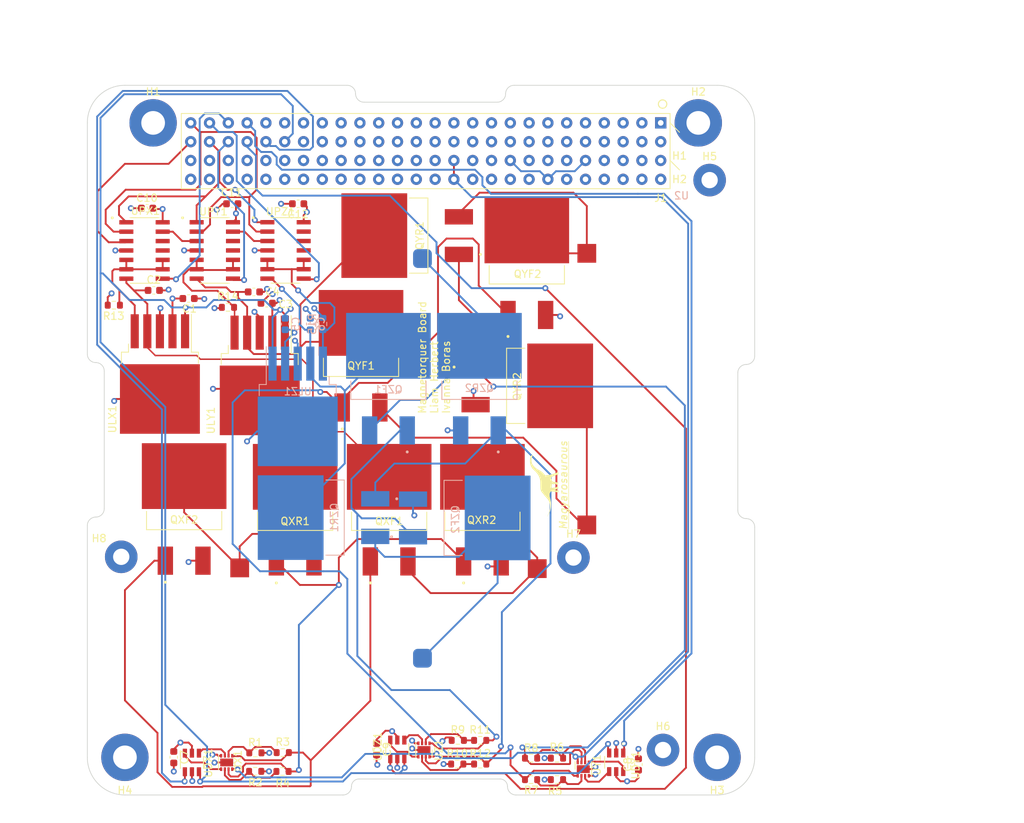
<source format=kicad_pcb>
(kicad_pcb (version 20211014) (generator pcbnew)
  (layers (0 "F.Cu" signal) (1 "In1.Cu" signal "GND.Cu") (2 "In2.Cu" signal "5V.Cu") (31 "B.Cu" signal) (34 "B.Paste" user) (35 "F.Paste" user) (36 "B.SilkS" user "B.Silkscreen") (37 "F.SilkS" user "F.Silkscreen") (38 "B.Mask" user) (39 "F.Mask" user) (44 "Edge.Cuts" user))
  (net 0 "")
  (net 85 "5V")
  (net 86 "GND")
  (net 87 "X_VCOIL")
  (net 88 "Y_VCOIL")
  (net 89 "Z_VCOIL")
  (net 90 "X_COIL_A")
  (net 91 "X_FWD")
  (net 92 "X_COIL_B")
  (net 93 "X_REV")
  (net 94 "Y_COIL_A")
  (net 95 "Y_FWD")
  (net 96 "Y_COIL_B")
  (net 97 "Y_REV")
  (net 98 "Z_COIL_A")
  (net 99 "Z_FWD")
  (net 100 "Z_COIL_B")
  (net 101 "Z_REV")
  (net 102 "Net-(R1-Pad2)")
  (net 103 "Net-(R2-Pad2)")
  (net 104 "Net-(R5-Pad2)")
  (net 105 "Net-(R6-Pad2)")
  (net 106 "Net-(R11-Pad1)")
  (net 107 "Net-(R10-Pad2)")
  (net 108 "X_VADJ")
  (net 109 "Y_VADJ")
  (net 110 "Z_VADJ")
  (net 111 "X_S")
  (net 112 "Enable")
  (net 113 "X_REV_L")
  (net 114 "X_FWD_L")
  (net 115 "Y_S")
  (net 116 "Y_REV_L")
  (net 117 "Y_FWD_L")
  (net 118 "Z_S")
  (net 119 "Z_REV_L")
  (net 120 "Z_FWD_L")
  (net 121 "SS")
  (net 122 "SCK")
  (net 123 "SPI")
  (net 124 "X_VCON")
  (net 127 "X_SO")
  (net 128 "Y_VCON")
  (net 131 "Y_SO")
  (net 132 "Z_VCON")
  (net 136 "12V")
  (footprint "MCP42010-E_SL:SOIC127P600X175-14N" (layer "F.Cu") (at 116.945 69.31)
    (fp_text reference "UPX1")
    (fp_text value "MCP42010")
  )
  (footprint "MountingHole:MountingHole_3.2mm_M3_Pad_TopBottom" (layer "F.Cu") (at 191.77 52.07)
    (fp_text reference "H2")
    (fp_text value "MountingHole_Pad")
  )
  (footprint "Resistor_SMD:R_0603_1608Metric" (layer "F.Cu") (at 172.675 140.8)
    (fp_text reference "R5")
    (fp_text value "1k")
  )
  (footprint "Package_DFN_QFN:DFN-8-1EP_2x2mm_P0.5mm_EP1.05x1.75mm" (layer "F.Cu") (at 176.227418 139.381582 90)
    (fp_text reference "UY1")
    (fp_text value "LM358_DFN")
  )
  (footprint "MountingHole:MountingHole_2.2mm_M2_Pad_TopBottom" (layer "F.Cu") (at 113.8 110.7)
    (fp_text reference "H8")
    (fp_text value "MountingHole_Pad")
  )
  (footprint "Capacitor_SMD:C_0603_1608Metric" (layer "F.Cu") (at 137.7 63 180)
    (fp_text reference "C12")
    (fp_text value "0.1u")
  )
  (footprint "IRF540NSTRLPBF:TRANS_IRF540NSTRLPBF" (layer "F.Cu") (at 122.3 104.2375 90)
    (fp_text reference "QXF2")
    (fp_text value "IRF540N")
  )
  (footprint "Resistor_SMD:R_0603_1608Metric" (layer "F.Cu") (at 172.675 137.9)
    (fp_text reference "R6")
    (fp_text value "1k")
  )
  (footprint "MountingHole:MountingHole_2.2mm_M2_Pad_TopBottom" (layer "F.Cu") (at 174.9 110.8)
    (fp_text reference "H7")
    (fp_text value "MountingHole_Pad")
  )
  (footprint "Package_DFN_QFN:DFN-8-1EP_2x2mm_P0.5mm_EP1.05x1.75mm" (layer "F.Cu") (at 154.7 136.8 -90)
    (fp_text reference "UZ1")
    (fp_text value "LM358_DFN")
  )
  (footprint "IRF540NSTRLPBF:TRANS_IRF540NSTRLPBF" (layer "F.Cu") (at 150 104.3375 90)
    (fp_text reference "QXF1")
    (fp_text value "IRF540N")
  )
  (footprint "MountingHole:MountingHole_3.2mm_M3_Pad_TopBottom" (layer "F.Cu") (at 118.11 52.07)
    (fp_text reference "H1")
    (fp_text value "MountingHole_Pad")
  )
  (footprint "Resistor_SMD:R_0603_1608Metric" (layer "F.Cu") (at 159.275 135.5)
    (fp_text reference "R9")
    (fp_text value "1k")
  )
  (footprint "IRF540NSTRLPBF:TRANS_IRF540NSTRLPBF" (layer "F.Cu") (at 152.4375 67.3 180)
    (fp_text reference "QYR1")
    (fp_text value "IRF540N")
  )
  (footprint "MountingHole:MountingHole_2.2mm_M2_Pad_TopBottom" (layer "F.Cu") (at 193.3 59.8)
    (fp_text reference "H5")
    (fp_text value "MountingHole_Pad")
  )
  (footprint "MCP42010-E_SL:SOIC127P600X175-14N" (layer "F.Cu") (at 136 69.3)
    (fp_text reference "UPZ1")
    (fp_text value "MCP42010")
  )
  (footprint "Resistor_SMD:R_0603_1608Metric" (layer "F.Cu") (at 112.8 76.7)
    (fp_text reference "R13")
    (fp_text value "100k")
  )
  (footprint "Capacitor_SMD:C_0603_1608Metric" (layer "F.Cu") (at 128.8 63 180)
    (fp_text reference "C11")
    (fp_text value "0.1u")
  )
  (footprint "Resistor_SMD:R_0603_1608Metric" (layer "F.Cu") (at 162.3 135.5)
    (fp_text reference "R11")
    (fp_text value "1.5k")
  )
  (footprint "MountingHole:MountingHole_3.2mm_M3_Pad_TopBottom" (layer "F.Cu") (at 114.3 137.795)
    (fp_text reference "H4")
    (fp_text value "MountingHole_Pad")
  )
  (footprint "IRF540NSTRLPBF:TRANS_IRF540NSTRLPBF" (layer "F.Cu") (at 137.3 104.3375 90)
    (fp_text reference "QXR1")
    (fp_text value "IRF540N")
  )
  (footprint "MCP42010-E_SL:SOIC127P600X175-14N" (layer "F.Cu") (at 126.445 69.305)
    (fp_text reference "UPY1")
    (fp_text value "MCP42010")
  )
  (footprint "IRF540NSTRLPBF:TRANS_IRF540NSTRLPBF" (layer "F.Cu") (at 146.2 83.5375 90)
    (fp_text reference "QYF1")
    (fp_text value "IRF540N")
  )
  (footprint "Capacitor_SMD:C_0603_1608Metric" (layer "F.Cu") (at 148.3 136.7 -90)
    (fp_text reference "C9")
    (fp_text value "0.1u")
  )
  (footprint "CoilFootprints:Front Coils Mount" (layer "F.Cu") (at 198.005 63.595 180)
    (fp_text reference "U1")
    (fp_text value "X/Y_Coils")
  )
  (footprint "Resistor_SMD:R_0603_1608Metric" (layer "F.Cu") (at 135.625 137.150582)
    (fp_text reference "R3")
    (fp_text value "1.5k")
  )
  (footprint "Capacitor_SMD:C_0603_1608Metric" (layer "F.Cu") (at 133.4528 76.4344 180)
    (fp_text reference "C3")
    (fp_text value "0.1u")
  )
  (footprint "IRF540NSTRLPBF:TRANS_IRF540NSTRLPBF" (layer "F.Cu") (at 168.6 71.0375 90)
    (fp_text reference "QYF2")
    (fp_text value "IRF540N")
  )
  (footprint "SN74LVC1G18DBVR:SOT95P280X145-6N" (layer "F.Cu") (at 123.351 138.483 90)
    (fp_text reference "UDX1")
    (fp_text value "SN74LVC1G18DBVR")
  )
  (footprint "Resistor_SMD:R_0603_1608Metric" (layer "F.Cu") (at 135.593918 139.697)
    (fp_text reference "R4")
    (fp_text value "1.5k")
  )
  (footprint "Resistor_SMD:R_0603_1608Metric" (layer "F.Cu") (at 128.2204 76.9932)
    (fp_text reference "R14")
    (fp_text value "100k")
  )
  (footprint "Package_DFN_QFN:DFN-8-1EP_2x2mm_P0.5mm_EP1.05x1.75mm" (layer "F.Cu") (at 128.05 138.483 -90)
    (fp_text reference "UX1")
    (fp_text value "LM358_DFN")
  )
  (footprint "pc104-connector:pc104-connector" (layer "F.Cu") (at 156.21 54.61 -90)
    (fp_text reference "J1")
    (fp_text value "PC104_Connector")
  )
  (footprint "Capacitor_SMD:C_0603_1608Metric" (layer "F.Cu") (at 120.9 137.775 -90)
    (fp_text reference "C7")
    (fp_text value "0.1u")
  )
  (footprint "Capacitor_SMD:C_0603_1608Metric" (layer "F.Cu") (at 118.2 74.7)
    (fp_text reference "C2")
    (fp_text value "10u")
  )
  (footprint "Resistor_SMD:R_0603_1608Metric" (layer "F.Cu") (at 131.9 139.683 180)
    (fp_text reference "R2")
    (fp_text value "1k")
  )
  (footprint "Resistor_SMD:R_0603_1608Metric" (layer "F.Cu") (at 169.175 140.8 180)
    (fp_text reference "R7")
    (fp_text value "1.5k")
  )
  (footprint "Capacitor_SMD:C_0603_1608Metric" (layer "F.Cu") (at 122.9 75.8)
    (fp_text reference "C1")
    (fp_text value "0.1u")
  )
  (footprint "IRF540NSTRLPBF:TRANS_IRF540NSTRLPBF" (layer "F.Cu") (at 162.6 104.3375 90)
    (fp_text reference "QXR2")
    (fp_text value "IRF540N")
  )
  (footprint "Capacitor_SMD:C_0603_1608Metric" (layer "F.Cu") (at 131.7256 74.9104)
    (fp_text reference "C4")
    (fp_text value "10u")
  )
  (footprint "Capacitor_SMD:C_0603_1608Metric" (layer "F.Cu") (at 117.3 63.6 180)
    (fp_text reference "C10")
    (fp_text value "0.1u")
  )
  (footprint "IRF540NSTRLPBF:TRANS_IRF540NSTRLPBF" (layer "F.Cu") (at 168.6625 87.6)
    (fp_text reference "QYR2")
    (fp_text value "IRF540N")
  )
  (footprint "SN74LVC1G18DBVR:SOT95P280X145-6N" (layer "F.Cu") (at 151.1 136.7175 90)
    (fp_text reference "UDZ1")
    (fp_text value "SN74LVC1G18DBVR")
  )
  (footprint "MountingHole:MountingHole_3.2mm_M3_Pad_TopBottom" (layer "F.Cu") (at 194.31 137.795)
    (fp_text reference "H3")
    (fp_text value "MountingHole_Pad")
  )
  (footprint "Package_TO_SOT_SMD:TO-263-5_TabPin3" (layer "F.Cu") (at 119.025 86 -90)
    (fp_text reference "ULX1")
    (fp_text value "MIC29302WU")
  )
  (footprint "Package_TO_SOT_SMD:TO-263-5_TabPin3" (layer "F.Cu") (at 132.513 86.188 -90)
    (fp_text reference "ULY1")
    (fp_text value "MIC29302WU")
  )
  (footprint "Resistor_SMD:R_0603_1608Metric" (layer "F.Cu") (at 169.175 137.9 180)
    (fp_text reference "R8")
    (fp_text value "1.5k")
  )
  (footprint "MountingHole:MountingHole_2.2mm_M2_Pad_TopBottom" (layer "F.Cu") (at 187 136.8)
    (fp_text reference "H6")
    (fp_text value "MountingHole_Pad")
  )
  (footprint "Resistor_SMD:R_0603_1608Metric" (layer "F.Cu") (at 162.3 138.7)
    (fp_text reference "R12")
    (fp_text value "1.5k")
  )
  (footprint "Resistor_SMD:R_0603_1608Metric" (layer "F.Cu") (at 131.925 137.183 180)
    (fp_text reference "R1")
    (fp_text value "1k")
  )
  (footprint "Capacitor_SMD:C_0603_1608Metric" (layer "F.Cu") (at 183.68 138.754 90)
    (fp_text reference "C8")
    (fp_text value "0.1u")
  )
  (footprint "SN74LVC1G18DBVR:SOT95P280X145-6N" (layer "F.Cu") (at 180.677418 138.464082 -90)
    (fp_text reference "UDY1")
    (fp_text value "SN74LVC1G18DBVR")
  )
  (footprint "LOGO" (layer "F.Cu") (at 170.992345 101.35556 90)
    (fp_text reference "G***")
    (fp_text value "LOGO" hide)
  )
  (footprint "Resistor_SMD:R_0603_1608Metric" (layer "F.Cu") (at 159.2 138.7)
    (fp_text reference "R10")
    (fp_text value "1k")
  )
  (footprint "Capacitor_SMD:C_0603_1608Metric" (layer "B.Cu") (at 135.94625 79.24625 90)
    (fp_text reference "C5")
    (fp_text value "0.1u")
  )
  (footprint "Resistor_SMD:R_0603_1608Metric" (layer "B.Cu") (at 141.04625 79.24625 -90)
    (fp_text reference "R15")
    (fp_text value "100k")
  )
  (footprint "IRF540NSTRLPBF:TRANS_IRF540NSTRLPBF" (layer "B.Cu") (at 162.2 86.6375 90)
    (fp_text reference "QZR2")
    (fp_text value "IRF540N")
  )
  (footprint "MCP42010-E_SL:ZCoil" (layer "B.Cu") (at 189.5 62.4 180)
    (fp_text reference "U2")
    (fp_text value "Z_Coil")
  )
  (footprint "IRF540NSTRLPBF:TRANS_IRF540NSTRLPBF" (layer "B.Cu") (at 141.1375 105.4 180)
    (fp_text reference "QZR1")
    (fp_text value "IRF540N")
  )
  (footprint "IRF540NSTRLPBF:TRANS_IRF540NSTRLPBF" (layer "B.Cu") (at 160.20875 105.44625)
    (fp_text reference "QZF2")
    (fp_text value "IRF540N")
  )
  (footprint "Capacitor_SMD:C_0603_1608Metric" (layer "B.Cu") (at 139.34625 79.24625 90)
    (fp_text reference "C6")
    (fp_text value "10u")
  )
  (footprint "Package_TO_SOT_SMD:TO-263-5_TabPin3" (layer "B.Cu") (at 137.64625 90.37125 -90)
    (fp_text reference "ULZ1")
    (fp_text value "MIC29302WU")
  )
  (footprint "IRF540NSTRLPBF:TRANS_IRF540NSTRLPBF" (layer "B.Cu") (at 149.9 86.6375 90)
    (fp_text reference "QZF1")
    (fp_text value "IRF540N")
  )
  (gr_circle (center 186.944 49.53) (end 187.452 49.276) (layer "F.SilkS") (width 0.15) (fill none))
  (gr_line (start 174.25 106.9) (end 174.25 95.1) (layer "F.SilkS") (width 0.08))
  (gr_arc (start 109.22 52.07) (mid 110.707898 48.477898) (end 114.3 46.99) (layer "Edge.Cuts") (width 0.1))
  (gr_arc (start 144.318223 46.99) (mid 145.126446 47.324777) (end 145.461223 48.133) (layer "Edge.Cuts") (width 0.1))
  (gr_line (start 199.39 83.566) (end 199.39 52.07) (layer "Edge.Cuts") (width 0.1))
  (gr_arc (start 110.363 84.455) (mid 111.171223 84.789777) (end 111.506 85.598) (layer "Edge.Cuts") (width 0.1))
  (gr_arc (start 109.22 106.472223) (mid 109.554777 105.664) (end 110.363 105.329223) (layer "Edge.Cuts") (width 0.1))
  (gr_line (start 146.604223 49.276) (end 164.592 49.276) (layer "Edge.Cuts") (width 0.1))
  (gr_arc (start 199.39 137.795) (mid 197.902102 141.387102) (end 194.31 142.875) (layer "Edge.Cuts") (width 0.1))
  (gr_arc (start 199.39 83.566) (mid 199.055223 84.374223) (end 198.247 84.709) (layer "Edge.Cuts") (width 0.1))
  (gr_line (start 114.3 46.99) (end 144.318223 46.99) (layer "Edge.Cuts") (width 0.1))
  (gr_line (start 109.22 106.472223) (end 109.22 137.795) (layer "Edge.Cuts") (width 0.1))
  (gr_arc (start 165.735 48.133) (mid 165.400223 48.941223) (end 164.592 49.276) (layer "Edge.Cuts") (width 0.1))
  (gr_arc (start 197.104 85.852) (mid 197.438777 85.043777) (end 198.247 84.709) (layer "Edge.Cuts") (width 0.1))
  (gr_arc (start 165.735 48.133) (mid 166.069777 47.324777) (end 166.878 46.99) (layer "Edge.Cuts") (width 0.1))
  (gr_line (start 166.878 46.99) (end 194.31 46.99) (layer "Edge.Cuts") (width 0.1))
  (gr_arc (start 167.132 142.875) (mid 166.323777 142.540223) (end 165.989 141.732) (layer "Edge.Cuts") (width 0.1))
  (gr_arc (start 198.248223 105.534777) (mid 197.439849 105.201365) (end 197.104 104.394) (layer "Edge.Cuts") (width 0.1))
  (gr_line (start 167.132 142.875) (end 194.31 142.875) (layer "Edge.Cuts") (width 0.1))
  (gr_line (start 197.104 104.394) (end 197.104 85.852) (layer "Edge.Cuts") (width 0.1))
  (gr_line (start 199.39 137.795) (end 199.39 106.68) (layer "Edge.Cuts") (width 0.1))
  (gr_line (start 114.3 142.875) (end 143.764 142.875) (layer "Edge.Cuts") (width 0.1))
  (gr_line (start 145.923 140.716) (end 164.973 140.716) (layer "Edge.Cuts") (width 0.1))
  (gr_arc (start 144.907 141.732) (mid 145.20458 141.01358) (end 145.923 140.716) (layer "Edge.Cuts") (width 0.1))
  (gr_arc (start 164.973 140.716) (mid 165.69142 141.01358) (end 165.989 141.732) (layer "Edge.Cuts") (width 0.1))
  (gr_arc (start 144.907 141.732) (mid 144.572223 142.540223) (end 143.764 142.875) (layer "Edge.Cuts") (width 0.1))
  (gr_arc (start 198.247 105.537) (mid 199.055223 105.871777) (end 199.39 106.68) (layer "Edge.Cuts") (width 0.1))
  (gr_arc (start 146.604223 49.276) (mid 145.796 48.941223) (end 145.461223 48.133) (layer "Edge.Cuts") (width 0.1))
  (gr_line (start 111.506 85.598) (end 111.506 104.186223) (layer "Edge.Cuts") (width 0.1))
  (gr_arc (start 111.506 104.186223) (mid 111.171223 104.994446) (end 110.363 105.329223) (layer "Edge.Cuts") (width 0.1))
  (gr_line (start 109.22 52.07) (end 109.22 83.312) (layer "Edge.Cuts") (width 0.1))
  (gr_arc (start 114.3 142.875) (mid 110.707898 141.387102) (end 109.22 137.795) (layer "Edge.Cuts") (width 0.1))
  (gr_arc (start 194.31 46.99) (mid 197.902102 48.477898) (end 199.39 52.07) (layer "Edge.Cuts") (width 0.1))
  (gr_arc (start 110.363 84.455) (mid 109.554777 84.120223) (end 109.22 83.312) (layer "Edge.Cuts") (width 0.1))
  (gr_text "Magyarosaurous\n" (at 173.55 107.1 90) (layer "F.SilkS") (effects (font (size 1 1) (thickness 0.15) italic) (justify left)))
  (gr_text "Magnetorquer Board\nLiam Herbert\nIvanna Boras\n" (at 156.1 91.45 90) (layer "F.SilkS") (effects (font (size 1 1)) (justify left)))
  (segment (start 148.3 135.4) (end 148.3 135.925) (width 0.25) (layer "F.Cu") (net 85))
  (segment (start 120.9 136.7) (end 121.8 135.8) (width 0.25) (layer "F.Cu") (net 85))
  (segment (start 134.2278 76.4344) (end 134.213 76.4492) (width 0.25) (layer "F.Cu") (net 85))
  (segment (start 138.455 64.545) (end 138.880497 64.119503) (width 0.25) (layer "F.Cu") (net 85))
  (segment (start 119.39 63.71) (end 119.67 63.71) (width 0.25) (layer "F.Cu") (net 85))
  (segment (start 120.727 75.8) (end 122.125 75.8) (width 0.25) (layer "F.Cu") (net 85))
  (segment (start 150.342042 134.2) (end 149.5 134.2) (width 0.25) (layer "F.Cu") (net 85))
  (segment (start 119.4 63.72) (end 119.39 63.71) (width 0.25) (layer "F.Cu") (net 85))
  (segment (start 122.125 75.8) (end 122.125 75.605) (width 0.25) (layer "F.Cu") (net 85))
  (segment (start 134.213 80.413) (end 134.213 82.163) (width 0.25) (layer "F.Cu") (net 85))
  (segment (start 182.15 141.025) (end 183.209 141.025) (width 0.25) (layer "F.Cu") (net 85))
  (segment (start 138.880497 63.405497) (end 138.475 63) (width 0.25) (layer "F.Cu") (net 85))
  (segment (start 138.455 65.49) (end 138.455 64.545) (width 0.25) (layer "F.Cu") (net 85))
  (segment (start 120.727 75.8) (end 120.725 75.802) (width 0.25) (layer "F.Cu") (net 85))
  (segment (start 151.1 135.4625) (end 151.1 134.957958) (width 0.25) (layer "F.Cu") (net 85))
  (segment (start 151.1 134.957958) (end 150.400042 134.258) (width 0.25) (layer "F.Cu") (net 85))
  (segment (start 149.5 134.2) (end 148.3 135.4) (width 0.25) (layer "F.Cu") (net 85))
  (segment (start 180.677418 139.719082) (end 180.677418 140.451418) (width 0.25) (layer "F.Cu") (net 85))
  (segment (start 123.334 136.234) (end 122.9 135.8) (width 0.25) (layer "F.Cu") (net 85))
  (segment (start 129.300353 65.094647) (end 128.9 65.495) (width 0.25) (layer "F.Cu") (net 85))
  (segment (start 118.085 63.59) (end 118.075 63.6) (width 0.25) (layer "F.Cu") (net 85))
  (segment (start 138.880497 64.119503) (end 138.880497 63.405497) (width 0.25) (layer "F.Cu") (net 85))
  (segment (start 134.213 76.4492) (end 134.213 80.413) (width 0.25) (layer "F.Cu") (net 85))
  (segment (start 183.209 141.025) (end 183.68 140.554) (width 0.25) (layer "F.Cu") (net 85))
  (segment (start 129.300353 64.299647) (end 129.300353 63.274647) (width 0.25) (layer "F.Cu") (net 85))
  (segment (start 134.7656 76.4344) (end 134.2278 76.4344) (width 0.25) (layer "F.Cu") (net 85))
  (segment (start 120.725 75.802) (end 120.725 80.225) (width 0.25) (layer "F.Cu") (net 85))
  (segment (start 180.677418 140.451418) (end 181.251 141.025) (width 0.25) (layer "F.Cu") (net 85))
  (segment (start 181.251 141.025) (end 182.15 141.025) (width 0.25) (layer "F.Cu") (net 85))
  (segment (start 119.41 65.51) (end 119.4 65.5) (width 0.25) (layer "F.Cu") (net 85))
  (segment (start 129.300353 63.274647) (end 129.575 63) (width 0.25) (layer "F.Cu") (net 85))
  (segment (start 122.9 135.8) (end 121.8 135.8) (width 0.25) (layer "F.Cu") (net 85))
  (segment (start 123.351 137.228) (end 123.351 136.234) (width 0.25) (layer "F.Cu") (net 85))
  (segment (start 119.4 65.5) (end 119.4 63.72) (width 0.25) (layer "F.Cu") (net 85))
  (segment (start 123.351 136.234) (end 123.334 136.234) (width 0.25) (layer "F.Cu") (net 85))
  (segment (start 118.185 63.71) (end 118.075 63.6) (width 0.25) (layer "F.Cu") (net 85))
  (segment (start 183.68 140.554) (end 183.68 139.529) (width 0.25) (layer "F.Cu") (net 85))
  (segment (start 120.9 137) (end 120.9 136.7) (width 0.25) (layer "F.Cu") (net 85))
  (segment (start 119.39 63.71) (end 118.185 63.71) (width 0.25) (layer "F.Cu") (net 85))
  (segment (start 135.2 76) (end 134.7656 76.4344) (width 0.25) (layer "F.Cu") (net 85))
  (segment (start 128.905 65.605) (end 128.9 65.6) (width 0.25) (layer "F.Cu") (net 85))
  (segment (start 150.400042 134.258) (end 150.342042 134.2) (width 0.25) (layer "F.Cu") (net 85))
  (segment (start 129.300353 64.299647) (end 129.300353 65.094647) (width 0.25) (layer "F.Cu") (net 85))
  (via (at 182.15 141.025) (size 0.8) (drill 0.4) (layers "F.Cu" "B.Cu") (net 85))
  (via (at 138.880497 64.119503) (size 0.8) (drill 0.4) (layers "F.Cu" "B.Cu") (net 85))
  (via (at 135.2 76) (size 0.8) (drill 0.4) (layers "F.Cu" "B.Cu") (net 85))
  (via (at 119.39 63.71) (size 0.8) (drill 0.4) (layers "F.Cu" "B.Cu") (net 85))
  (via (at 129.300353 64.299647) (size 0.8) (drill 0.4) (layers "F.Cu" "B.Cu") (net 85))
  (via (at 120.727 75.8) (size 0.8) (drill 0.4) (layers "F.Cu" "B.Cu") (net 85))
  (via (at 121.8 135.8) (size 0.8) (drill 0.4) (layers "F.Cu" "B.Cu") (net 85))
  (via (at 150.400042 134.258) (size 0.8) (drill 0.4) (layers "F.Cu" "B.Cu") (net 85))
  (via (at 137.2 80.4) (size 0.8) (drill 0.4) (layers "F.Cu" "B.Cu") (net 85))
  (segment (start 135.94625 80.02125) (end 136.82125 80.02125) (width 0.25) (layer "B.Cu") (net 85))
  (segment (start 136.82125 80.02125) (end 137.2 80.4) (width 0.25) (layer "B.Cu") (net 85))
  (segment (start 135.94625 81.65375) (end 135.94625 84.59625) (width 0.25) (layer "B.Cu") (net 85))
  (segment (start 137.2 80.4) (end 135.94625 81.65375) (width 0.25) (layer "B.Cu") (net 85))
  (segment (start 120.1 74.7) (end 120.2 74.6) (width 0.25) (layer "F.Cu") (net 86))
  (segment (start 157.2 135.6) (end 157.7 135.1) (width 0.25) (layer "F.Cu") (net 86))
  (segment (start 133.75832 139.683) (end 132.725 139.683) (width 0.25) (layer "F.Cu") (net 86))
  (segment (start 131.8 77.6) (end 132.513 78.313) (width 0.25) (layer "F.Cu") (net 86))
  (segment (start 132.5006 74.9104) (end 133.0896 74.9104) (width 0.25) (layer "F.Cu") (net 86))
  (segment (start 157.7 135.1) (end 158.45 135.1) (width 0.25) (layer "F.Cu") (net 86))
  (segment (start 126.7465 137.4295) (end 126.9 137.583) (width 0.25) (layer "F.Cu") (net 86))
  (segment (start 123.0775 111.2225) (end 122.9 111.4) (width 0.25) (layer "F.Cu") (net 86))
  (segment (start 154.7 136.8) (end 153.3 136.8) (width 0.25) (layer "F.Cu") (net 86))
  (segment (start 124.96 75.8) (end 125.02 75.86) (width 0.25) (layer "F.Cu") (net 86))
  (segment (start 127.2886 77.1) (end 127.3954 76.9932) (width 0.25) (layer "F.Cu") (net 86))
  (segment (start 116.525 63.6) (end 115.1 63.6) (width 0.25) (layer "F.Cu") (net 86))
  (segment (start 133.545 69.3) (end 131.8245 69.3) (width 0.25) (layer "F.Cu") (net 86))
  (segment (start 183.68 137.979) (end 183.68 136.654) (width 0.25) (layer "F.Cu") (net 86))
  (segment (start 130.95 88) (end 126.2 88) (width 0.25) (layer "F.Cu") (net 86))
  (segment (start 177.693418 140.281582) (end 177.875 140.1) (width 0.25) (layer "F.Cu") (net 86))
  (segment (start 132.513 76.5992) (end 132.6778 76.4344) (width 0.25) (layer "F.Cu") (net 86))
  (segment (start 132.75 137.183) (end 132.75 137.44656) (width 0.25) (layer "F.Cu") (net 86))
  (segment (start 132.513 89.563) (end 130.95 88) (width 0.25) (layer "F.Cu") (net 86))
  (segment (start 113.01 69.31) (end 114.49 69.31) (width 0.25) (layer "F.Cu") (net 86))
  (segment (start 164.4625 112) (end 165.14 111.3225) (width 0.25) (layer "F.Cu") (net 86))
  (segment (start 119.025 80.225) (end 119.025 77.175) (width 0.25) (layer "F.Cu") (net 86))
  (segment (start 133.9062 75.206) (end 134.256 75.206) (width 0.25) (layer "F.Cu") (net 86))
  (segment (start 118.975 74.7) (end 120.1 74.7) (width 0.25) (layer "F.Cu") (net 86))
  (segment (start 136.925 63) (end 135.4 63) (width 0.25) (layer "F.Cu") (net 86))
  (segment (start 158.375 138.7) (end 157.3495 138.7) (width 0.25) (layer "F.Cu") (net 86))
  (segment (start 180.677418 137.209082) (end 180.677418 135.856582) (width 0.25) (layer "F.Cu") (net 86))
  (segment (start 180.677418 135.856582) (end 180.68 135.854) (width 0.25) (layer "F.Cu") (net 86))
  (segment (start 153.4755 135.9) (end 153.95 135.9) (width 0.25) (layer "F.Cu") (net 86))
  (segment (start 171.85 137.9) (end 170.9995 137.9) (width 0.25) (layer "F.Cu") (net 86))
  (segment (start 111.975 76.7) (end 111.975 75.625) (width 0.25) (layer "F.Cu") (net 86))
  (segment (start 161.4 89.8625) (end 161.6775 90.14) (width 0.25) (layer "F.Cu") (net 86))
  (segment (start 176.977418 140.281582) (end 177.693418 140.281582) (width 0.25) (layer "F.Cu") (net 86))
  (segment (start 133.8 137.183) (end 132.75 137.183) (width 0.25) (layer "F.Cu") (net 86))
  (segment (start 124.84 111.2225) (end 123.0775 111.2225) (width 0.25) (layer "F.Cu") (net 86))
  (segment (start 132.513 78.613) (end 132.513 80.413) (width 0.25) (layer "F.Cu") (net 86))
  (segment (start 132.513 78.313) (end 132.513 80.413) (width 0.25) (layer "F.Cu") (net 86))
  (segment (start 126.9 137.583) (end 127.3 137.583) (width 0.25) (layer "F.Cu") (net 86))
  (segment (start 161.4 88.3) (end 161.4 89.8625) (width 0.25) (layer "F.Cu") (net 86))
  (segment (start 163.3 112) (end 164.4625 112) (width 0.25) (layer "F.Cu") (net 86))
  (segment (start 176.227418 139.381582) (end 177.593418 139.381582) (width 0.25) (layer "F.Cu") (net 86))
  (segment (start 132.5006 75.266) (end 132.532 75.2346) (width 0.25) (layer "F.Cu") (net 86))
  (segment (start 119.025 77.175) (end 119.1 77.1) (width 0.25) (layer "F.Cu") (net 86))
  (segment (start 177.593418 139.381582) (end 177.875 139.1) (width 0.25) (layer "F.Cu") (net 86))
  (segment (start 126.417 138.483) (end 126.4 138.5) (width 0.25) (layer "F.Cu") (net 86))
  (segment (start 126.4 77.1) (end 127.2886 77.1) (width 0.25) (layer "F.Cu") (net 86))
  (segment (start 128.05 138.483) (end 126.417 138.483) (width 0.25) (layer "F.Cu") (net 86))
  (segment (start 123.99 69.305) (end 122.305 69.305) (width 0.25) (layer "F.Cu") (net 86))
  (segment (start 126.1245 137.4295) (end 126.7465 137.4295) (width 0.25) (layer "F.Cu") (net 86))
  (segment (start 133.763869 139.677451) (end 133.75832 139.683) (width 0.25) (layer "F.Cu") (net 86))
  (segment (start 132.725 139.683) (end 132.731418 139.683) (width 0.25) (layer "F.Cu") (net 86))
  (segment (start 120.9 138.55) (end 120.9 139.7) (width 0.25) (layer "F.Cu") (net 86))
  (segment (start 111.975 75.625) (end 112.5 75.1) (width 0.25) (layer "F.Cu") (net 86))
  (segment (start 132.6778 76.4344) (end 133.9062 75.206) (width 0.25) (layer "F.Cu") (net 86))
  (segment (start 132.839082 137.272082) (end 132.75 137.183) (width 0.25) (layer "F.Cu") (net 86))
  (segment (start 113.118 89.375) (end 112.849 89.644) (width 0.25) (layer "F.Cu") (net 86))
  (segment (start 172.9225 78.0225) (end 173.1 78.2) (width 0.25) (layer "F.Cu") (net 86))
  (segment (start 151.1 137.9725) (end 151.1 139.2) (width 0.25) (layer "F.Cu") (net 86))
  (segment (start 129.288 92.788) (end 132.513 89.563) (width 0.25) (layer "F.Cu") (net 86))
  (segment (start 123.351 139.738) (end 123.351 139.257164) (width 0.25) (layer "F.Cu") (net 86))
  (segment (start 119.025 89.375) (end 113.118 89.375) (width 0.25) (layer "F.Cu") (net 86))
  (segment (start 123.351 140.934) (end 123.351 139.738) (width 0.25) (layer "F.Cu") (net 86))
  (segment (start 133.0896 74.9104) (end 133.5 74.5) (width 0.25) (layer "F.Cu") (net 86))
  (segment (start 148.3 137.475) (end 148.3 138.7) (width 0.25) (layer "F.Cu") (net 86))
  (segment (start 171.85 140.8) (end 170.9995 140.8) (width 0.25) (layer "F.Cu") (net 86))
  (segment (start 153.3 136.8) (end 153.1 136.6) (width 0.25) (layer "F.Cu") (net 86))
  (segment (start 148.3 138.7) (end 148.4 138.8) (width 0.25) (layer "F.Cu") (net 86))
  (segment (start 123.4 140.983) (end 123.351 140.934) (width 0.25) (layer "F.Cu") (net 86))
  (segment (start 153.1 135.5245) (end 153.4755 135.9) (width 0.25) (layer "F.Cu") (net 86))
  (segment (start 171.14 78.0225) (end 172.9225 78.0225) (width 0.25) (layer "F.Cu") (net 86))
  (segment (start 128.025 63) (end 127.5 63) (width 0.25) (layer "F.Cu") (net 86))
  (segment (start 123.675 75.8) (end 124.96 75.8) (width 0.25) (layer "F.Cu") (net 86))
  (segment (start 122.305 69.305) (end 122.3 69.3) (width 0.25) (layer "F.Cu") (net 86))
  (segment (start 127.5 63) (end 126.7 63.8) (width 0.25) (layer "F.Cu") (net 86))
  (segment (start 119.025 89.375) (end 114.192 89.375) (width 0.25) (layer "F.Cu") (net 86))
  (via (at 113.01 69.31) (size 0.8) (drill 0.4) (layers "F.Cu" "B.Cu") (net 86))
  (via (at 123.4 141) (size 0.8) (drill 0.4) (layers "F.Cu" "B.Cu") (net 86))
  (via (at 137.2755 81.5) (size 0.8) (drill 0.4) (layers "F.Cu" "B.Cu") (net 86))
  (via (at 125.02 75.86) (size 0.8) (drill 0.4) (layers "F.Cu" "B.Cu") (net 86))
  (via (at 130.8 95.1) (size 0.8) (drill 0.4) (layers "F.Cu" "B.Cu") (net 86))
  (via (at 112.849 89.644) (size 0.8) (drill 0.4) (layers "F.Cu" "B.Cu") (net 86))
  (via (at 122.9 111.4) (size 0.8) (drill 0.4) (layers "F.Cu" "B.Cu") (net 86))
  (via (at 131.8245 69.3) (size 0.8) (drill 0.4) (layers "F.Cu" "B.Cu") (net 86))
  (via (at 177.875 140.1) (size 0.8) (drill 0.4) (layers "F.Cu" "B.Cu") (net 86))
  (via (at 122.3 69.3) (size 0.8) (drill 0.4) (layers "F.Cu" "B.Cu") (net 86))
  (via (at 126.2 88) (size 0.8) (drill 0.4) (layers "F.Cu" "B.Cu") (net 86))
  (via (at 126.4 77.1) (size 0.8) (drill 0.4) (layers "F.Cu" "B.Cu") (net 86))
  (via (at 126.4 138.5) (size 0.8) (drill 0.4) (layers "F.Cu" "B.Cu") (net 86))
  (via (at 157.2 135.6) (size 0.8) (drill 0.4) (layers "F.Cu" "B.Cu") (net 86))
  (via (at 139.885498 77.1245) (size 0.8) (drill 0.4) (layers "F.Cu" "B.Cu") (net 86))
  (via (at 177.875 139.1) (size 0.8) (drill 0.4) (layers "F.Cu" "B.Cu") (net 86))
  (via (at 163.3 112) (size 0.8) (drill 0.4) (layers "F.Cu" "B.Cu") (net 86))
  (via (at 136.7 77.2) (size 0.8) (drill 0.4) (layers "F.Cu" "B.Cu") (net 86))
  (via (at 119.1 77.1) (size 0.8) (drill 0.4) (layers "F.Cu" "B.Cu") (net 86))
  (via (at 135.4 63) (size 0.8) (drill 0.4) (layers "F.Cu" "B.Cu") (net 86))
  (via (at 133.8 137.183) (size 0.8) (drill 0.4) (layers "F.Cu" "B.Cu") (net 86))
  (via (at 180.68 135.854) (size 0.8) (drill 0.4) (layers "F.Cu" "B.Cu") (net 86))
  (via (at 126.7 63.8) (size 0.8) (drill 0.4) (layers "F.Cu" "B.Cu") (net 86))
  (via (at 133.5 74.5) (size 0.8) (drill 0.4) (layers "F.Cu" "B.Cu") (net 86))
  (via (at 157.3495 138.7) (size 0.8) (drill 0.4) (layers "F.Cu" "B.Cu") (net 86))
  (via (at 153.1 135.5245) (size 0.8) (drill 0.4) (layers "F.Cu" "B.Cu") (net 86))
  (via (at 138.7245 77.2) (size 0.8) (drill 0.4) (layers "F.Cu" "B.Cu") (net 86))
  (via (at 151.1 139.2) (size 0.8) (drill 0.4) (layers "F.Cu" "B.Cu") (net 86))
  (via (at 133.763869 139.677451) (size 0.8) (drill 0.4) (layers "F.Cu" "B.Cu") (net 86))
  (via (at 120.2 74.6) (size 0.8) (drill 0.4) (layers "F.Cu" "B.Cu") (net 86))
  (via (at 120.9 139.7) (size 0.8) (drill 0.4) (layers "F.Cu" "B.Cu") (net 86))
  (via (at 131.8 77.6) (size 0.8) (drill 0.4) (layers "F.Cu" "B.Cu") (net 86))
  (via (at 153.4 105.1) (size 0.8) (drill 0.4) (layers "F.Cu" "B.Cu") (net 86))
  (via (at 170.9995 137.9) (size 0.8) (drill 0.4) (layers "F.Cu" "B.Cu") (net 86))
  (via (at 115.1 63.6) (size 0.8) (drill 0.4) (layers "F.Cu" "B.Cu") (net 86))
  (via (at 126.1245 137.4295) (size 0.8) (drill 0.4) (layers "F.Cu" "B.Cu") (net 86))
  (via (at 112.5 75.1) (size 0.8) (drill 0.4) (layers "F.Cu" "B.Cu") (net 86))
  (via (at 157.9 93.6) (size 0.8) (drill 0.4) (layers "F.Cu" "B.Cu") (net 86))
  (via (at 153.1 136.6) (size 0.8) (drill 0.4) (layers "F.Cu" "B.Cu") (net 86))
  (via (at 148.4 138.8) (size 0.8) (drill 0.4) (layers "F.Cu" "B.Cu") (net 86))
  (via (at 134.256 75.206) (size 0.8) (drill 0.4) (layers "F.Cu" "B.Cu") (net 86))
  (via (at 183.68 136.654) (size 0.8) (drill 0.4) (layers "F.Cu" "B.Cu") (net 86))
  (via (at 161.4 88.3) (size 0.8) (drill 0.4) (layers "F.Cu" "B.Cu") (net 86))
  (via (at 170.9995 140.8) (size 0.8) (drill 0.4) (layers "F.Cu" "B.Cu") (net 86))
  (via (at 173.1 78.2) (size 0.8) (drill 0.4) (layers "F.Cu" "B.Cu") (net 86))
  (segment (start 171.45 59.69) (end 172.537 58.603) (width 0.25) (layer "B.Cu") (net 86))
  (segment (start 139.34625 77.82175) (end 139.34625 78.47125) (width 0.25) (layer "B.Cu") (net 86))
  (segment (start 172.537 58.603) (end 175.077 58.603) (width 0.25) (layer "B.Cu") (net 86))
  (segment (start 132.15375 93.74625) (end 130.8 95.1) (width 0.25) (layer "B.Cu") (net 86))
  (segment (start 157.9225 93.6225) (end 157.9 93.6) (width 0.25) (layer "B.Cu") (net 86))
  (segment (start 159.66 93.6225) (end 157.9225 93.6225) (width 0.25) (layer "B.Cu") (net 86))
  (segment (start 141.04625 78.42125) (end 141.04625 78.285252) (width 0.25) (layer "B.Cu") (net 86))
  (segment (start 137.64625 93.74625) (end 132.15375 93.74625) (width 0.25) (layer "B.Cu") (net 86))
  (segment (start 135.94625 77.95375) (end 136.7 77.2) (width 0.25) (layer "B.Cu") (net 86))
  (segment (start 166.37 57.15) (end 167.823 58.603) (width 0.25) (layer "B.Cu") (net 86))
  (segment (start 153.22375 102.90625) (end 153.22375 104.92375) (width 0.25) (layer "B.Cu") (net 86))
  (segment (start 137.64625 84.59625) (end 137.64625 81.87075) (width 0.25) (layer "B.Cu") (net 86))
  (segment (start 167.823 58.603) (end 170.363 58.603) (width 0.25) (layer "B.Cu") (net 86))
  (segment (start 135.94625 78.47125) (end 135.94625 77.95375) (width 0.25) (layer "B.Cu") (net 86))
  (segment (start 170.363 58.603) (end 171.45 59.69) (width 0.25) (layer "B.Cu") (net 86))
  (segment (start 153.22375 104.92375) (end 153.4 105.1) (width 0.25) (layer "B.Cu") (net 86))
  (segment (start 175.077 58.603) (end 176.53 57.15) (width 0.25) (layer "B.Cu") (net 86))
  (segment (start 138.7245 77.2) (end 139.34625 77.82175) (width 0.25) (layer "B.Cu") (net 86))
  (segment (start 141.04625 78.285252) (end 139.885498 77.1245) (width 0.25) (layer "B.Cu") (net 86))
  (segment (start 137.64625 81.87075) (end 137.2755 81.5) (width 0.25) (layer "B.Cu") (net 86))
  (segment (start 114.49 73.69) (end 115.55 74.75) (width 0.25) (layer "F.Cu") (net 87))
  (segment (start 138.2 84) (end 139.7 85.5) (width 0.2) (layer "F.Cu") (net 87))
  (segment (start 117.325 76.525) (end 117.325 80.225) (width 0.25) (layer "F.Cu") (net 87))
  (segment (start 115.55 74.75) (end 117.325 76.525) (width 0.25) (layer "F.Cu") (net 87))
  (segment (start 139.7 85.5) (end 139.7 92.9) (width 0.2) (layer "F.Cu") (net 87))
  (segment (start 139.7 97.4925) (end 137.3 99.8925) (width 0.2) (layer "F.Cu") (net 87))
  (segment (start 115.6 74.7) (end 115.55 74.75) (width 0.25) (layer "F.Cu") (net 87))
  (segment (start 140.6 93.8) (end 143.9075 93.8) (width 0.2) (layer "F.Cu") (net 87))
  (segment (start 143.9075 93.8) (end 150 99.8925) (width 0.2) (layer "F.Cu") (net 87))
  (segment (start 117.425 74.7) (end 115.6 74.7) (width 0.25) (layer "F.Cu") (net 87))
  (segment (start 139.7 92.9) (end 140.6 93.8) (width 0.2) (layer "F.Cu") (net 87))
  (segment (start 114.49 73.12) (end 114.49 73.69) (width 0.25) (layer "F.Cu") (net 87))
  (segment (start 118.4 83.5) (end 124 83.5) (width 0.2) (layer "F.Cu") (net 87))
  (segment (start 124 83.5) (end 124.5 84) (width 0.2) (layer "F.Cu") (net 87))
  (segment (start 124.5 84) (end 138.2 84) (width 0.2) (layer "F.Cu") (net 87))
  (segment (start 117.325 80.225) (end 117.325 81.975) (width 0.2) (layer "F.Cu") (net 87))
  (segment (start 117.325 80.225) (end 117.325 82.425) (width 0.2) (layer "F.Cu") (net 87))
  (segment (start 117.325 82.425) (end 118.4 83.5) (width 0.2) (layer "F.Cu") (net 87))
  (segment (start 139.7 92.9) (end 139.7 97.4925) (width 0.2) (layer "F.Cu") (net 87))
  (segment (start 123.99 73.126396) (end 125.163604 74.3) (width 0.25) (layer "F.Cu") (net 88))
  (segment (start 128.6104 74.9104) (end 129.5804 74.9104) (width 0.25) (layer "F.Cu") (net 88))
  (segment (start 143.6425 81.65) (end 146.2 79.0925) (width 0.25) (layer "F.Cu") (net 88))
  (segment (start 131.7 83.3) (end 137.1 83.3) (width 0.25) (layer "F.Cu") (net 88))
  (segment (start 138 82.3) (end 138.05 82.35) (width 0.25) (layer "F.Cu") (net 88))
  (segment (start 138.05 82.35) (end 138.75 81.65) (width 0.25) (layer "F.Cu") (net 88))
  (segment (start 130.813 82.413) (end 131.7 83.3) (width 0.25) (layer "F.Cu") (net 88))
  (segment (start 128 74.3) (end 128.6104 74.9104) (width 0.25) (layer "F.Cu") (net 88))
  (segment (start 143.6925 70.9075) (end 138 76.6) (width 0.25) (layer "F.Cu") (net 88))
  (segment (start 130.813 76.913) (end 130.813 80.413) (width 0.25) (layer "F.Cu") (net 88))
  (segment (start 130.9506 74.9104) (end 129.5804 74.9104) (width 0.25) (layer "F.Cu") (net 88))
  (segment (start 123.99 73.115) (end 123.99 73.126396) (width 0.25) (layer "F.Cu") (net 88))
  (segment (start 143.6925 67.4) (end 143.6925 70.9075) (width 0.25) (layer "F.Cu") (net 88))
  (segment (start 142.0075 78.3925) (end 146.1 78.3925) (width 0.25) (layer "F.Cu") (net 88))
  (segment (start 138.75 81.65) (end 143.6425 81.65) (width 0.25) (layer "F.Cu") (net 88))
  (segment (start 130.813 80.413) (end 130.813 82.413) (width 0.25) (layer "F.Cu") (net 88))
  (segment (start 125.163604 74.3) (end 128 74.3) (width 0.25) (layer "F.Cu") (net 88))
  (segment (start 129.5804 75.6804) (end 130.813 76.913) (width 0.25) (layer "F.Cu") (net 88))
  (segment (start 138 76.6) (end 138 82.3) (width 0.25) (layer "F.Cu") (net 88))
  (segment (start 137.1 83.3) (end 138.05 82.35) (width 0.25) (layer "F.Cu") (net 88))
  (segment (start 129.5804 74.9104) (end 129.5804 75.6804) (width 0.25) (layer "F.Cu") (net 88))
  (segment (start 134.11 73.11) (end 135.5 74.5) (width 0.25) (layer "F.Cu") (net 89))
  (segment (start 133.545 73.11) (end 134.11 73.11) (width 0.25) (layer "F.Cu") (net 89))
  (via (at 135.5 74.5) (size 0.8) (drill 0.4) (layers "F.Cu" "B.Cu") (net 89))
  (segment (start 139.34625 84.59625) (end 139.34625 80.02125) (width 0.25) (layer "B.Cu") (net 89))
  (segment (start 135.5 74.5) (end 137.9 76.9) (width 0.25) (layer "B.Cu") (net 89))
  (segment (start 143.45 87.7) (end 144 88.25) (width 0.25) (layer "B.Cu") (net 89))
  (segment (start 139.34625 84.59625) (end 139.34625 86.34625) (width 0.25) (layer "B.Cu") (net 89))
  (segment (start 149.9 82.4) (end 149.9 82.1925) (width 0.25) (layer "B.Cu") (net 89))
  (segment (start 138.62125 80.02125) (end 139.34625 80.02125) (width 0.25) (layer "B.Cu") (net 89))
  (segment (start 144 88.3) (end 149.9 82.4) (width 0.25) (layer "B.Cu") (net 89))
  (segment (start 137.9 76.9) (end 137.9 79.3) (width 0.25) (layer "B.Cu") (net 89))
  (segment (start 140.7 87.7) (end 143.45 87.7) (width 0.25) (layer "B.Cu") (net 89))
  (segment (start 137.9 79.3) (end 138.62125 80.02125) (width 0.25) (layer "B.Cu") (net 89))
  (segment (start 144 98.0925) (end 144 88.3) (width 0.25) (layer "B.Cu") (net 89))
  (segment (start 139.34625 86.34625) (end 140.7 87.7) (width 0.25) (layer "B.Cu") (net 89))
  (segment (start 136.6925 105.4) (end 144 98.0925) (width 0.25) (layer "B.Cu") (net 89))
  (segment (start 166.7 115.6) (end 170.005 112.295) (width 0.25) (layer "F.Cu") (net 90))
  (segment (start 155.6 115.6) (end 166.7 115.6) (width 0.25) (layer "F.Cu") (net 90))
  (segment (start 169.7075 112.295) (end 170.005 112.295) (width 0.25) (layer "F.Cu") (net 90))
  (segment (start 162.6 103.4) (end 170.005 110.805) (width 0.25) (layer "F.Cu") (net 90))
  (segment (start 170.005 110.805) (end 170.005 112.295) (width 0.25) (layer "F.Cu") (net 90))
  (segment (start 162.6 99.8925) (end 162.6 103.4) (width 0.25) (layer "F.Cu") (net 90))
  (segment (start 152.54 111.3225) (end 152.54 112.54) (width 0.25) (layer "F.Cu") (net 90))
  (segment (start 152.54 112.54) (end 155.6 115.6) (width 0.25) (layer "F.Cu") (net 90))
  (segment (start 139.3 141.7) (end 124.843305 141.7) (width 0.25) (layer "F.Cu") (net 91))
  (segment (start 147.46 110.26) (end 147.46 111.3225) (width 0.25) (layer "F.Cu") (net 91))
  (segment (start 118.7 139.8) (end 118.7 134.5) (width 0.25) (layer "F.Cu") (net 91))
  (segment (start 130.5 138.183) (end 129.95 137.633) (width 0.25) (layer "F.Cu") (net 91))
  (segment (start 138.350582 137.150582) (end 139.4 138.2) (width 0.25) (layer "F.Cu") (net 91))
  (segment (start 129.95 137.633) (end 129 137.633) (width 0.25) (layer "F.Cu") (net 91))
  (segment (start 135.417582 138.183) (end 136.45 137.150582) (width 0.25) (layer "F.Cu") (net 91))
  (segment (start 139.4 138.2) (end 139.4 141.6) (width 0.25) (layer "F.Cu") (net 91))
  (segment (start 120.684 141.784) (end 118.7 139.8) (width 0.25) (layer "F.Cu") (net 91))
  (segment (start 124.843305 141.7) (end 124.759305 141.784) (width 0.25) (layer "F.Cu") (net 91))
  (segment (start 119.76 111.2225) (end 119.76 110.14) (width 0.25) (layer "F.Cu") (net 91))
  (segment (start 136.45 137.150582) (end 138.350582 137.150582) (width 0.25) (layer "F.Cu") (net 91))
  (segment (start 118.7 134.5) (end 114.3 130.1) (width 0.25) (layer "F.Cu") (net 91))
  (segment (start 139.4 138.2) (end 147.46 130.14) (width 0.25) (layer "F.Cu") (net 91))
  (segment (start 124.759305 141.784) (end 120.684 141.784) (width 0.25) (layer "F.Cu") (net 91))
  (segment (start 147.46 130.14) (end 147.46 111.3225) (width 0.25) (layer "F.Cu") (net 91))
  (segment (start 118.2775 111.2225) (end 119.76 111.2225) (width 0.25) (layer "F.Cu") (net 91))
  (segment (start 114.3 130.1) (end 114.3 115.2) (width 0.25) (layer "F.Cu") (net 91))
  (segment (start 139.4 141.6) (end 139.3 141.7) (width 0.25) (layer "F.Cu") (net 91))
  (segment (start 114.3 115.2) (end 118.2775 111.2225) (width 0.25) (layer "F.Cu") (net 91))
  (segment (start 130.5 138.183) (end 135.417582 138.183) (width 0.25) (layer "F.Cu") (net 91))
  (segment (start 122.3 104.69) (end 129.805 112.195) (width 0.25) (layer "F.Cu") (net 92))
  (segment (start 136.1175 107.6) (end 131.5 107.6) (width 0.25) (layer "F.Cu") (net 92))
  (segment (start 129.805 109.295) (end 129.805 112.195) (width 0.25) (layer "F.Cu") (net 92))
  (segment (start 139.84 111.3225) (end 136.1175 107.6) (width 0.25) (layer "F.Cu") (net 92))
  (segment (start 131.5 107.6) (end 129.805 109.295) (width 0.25) (layer "F.Cu") (net 92))
  (segment (start 122.3 99.7925) (end 122.3 104.69) (width 0.25) (layer "F.Cu") (net 92))
  (segment (start 129.6 140.383) (end 130.259 139.724) (width 0.25) (layer "F.Cu") (net 93))
  (segment (start 157.0375 108.3) (end 160.06 111.3225) (width 0.25) (layer "F.Cu") (net 93))
  (segment (start 128.6 140.383) (end 129.6 140.383) (width 0.25) (layer "F.Cu") (net 93))
  (segment (start 137.9375 114.5) (end 134.76 111.3225) (width 0.25) (layer "F.Cu") (net 93))
  (segment (start 135.357836 138.635918) (end 136.418918 139.697) (width 0.25) (layer "F.Cu") (net 93))
  (segment (start 128.3 139.383) (end 128.3 140.083) (width 0.25) (layer "F.Cu") (net 93))
  (segment (start 145.7 108.3) (end 157.0375 108.3) (width 0.25) (layer "F.Cu") (net 93))
  (segment (start 143.2 114.5) (end 143.2 110.8) (width 0.25) (layer "F.Cu") (net 93))
  (segment (start 143.2 110.8) (end 145.7 108.3) (width 0.25) (layer "F.Cu") (net 93))
  (segment (start 130.647082 138.635918) (end 135.357836 138.635918) (width 0.25) (layer "F.Cu") (net 93))
  (segment (start 136.104 139.697) (end 136.418918 139.697) (width 0.25) (layer "F.Cu") (net 93))
  (segment (start 136.418918 139.697) (end 137.603 139.697) (width 0.25) (layer "F.Cu") (net 93))
  (segment (start 128.3 140.083) (end 128.6 140.383) (width 0.25) (layer "F.Cu") (net 93))
  (segment (start 130.259 139.024) (end 130.647082 138.635918) (width 0.25) (layer "F.Cu") (net 93))
  (segment (start 159.56 112.04) (end 159.56 111.03) (width 0.25) (layer "F.Cu") (net 93))
  (segment (start 130.259 139.724) (end 130.259 139.024) (width 0.25) (layer "F.Cu") (net 93))
  (segment (start 137.603 139.697) (end 137.8 139.5) (width 0.25) (layer "F.Cu") (net 93))
  (segment (start 143.2 114.5) (end 137.9375 114.5) (width 0.25) (layer "F.Cu") (net 93))
  (via (at 143.2 114.5) (size 0.8) (drill 0.4) (layers "F.Cu" "B.Cu") (net 93))
  (via (at 137.8 139.5) (size 0.8) (drill 0.4) (layers "F.Cu" "B.Cu") (net 93))
  (segment (start 143.2 114.5) (end 137.8 119.9) (width 0.25) (layer "B.Cu") (net 93))
  (segment (start 137.8 119.9) (end 137.8 139.5) (width 0.25) (layer "B.Cu") (net 93))
  (segment (start 173.1075 87.6) (end 173.2 87.6) (width 0.25) (layer "F.Cu") (net 94))
  (segment (start 152.8175 94.6) (end 168.1175 94.6) (width 0.25) (layer "F.Cu") (net 94))
  (segment (start 172.6 102.8) (end 176.195 106.395) (width 0.25) (layer "F.Cu") (net 94))
  (segment (start 176.195 106.395) (end 176.705 106.395) (width 0.25) (layer "F.Cu") (net 94))
  (segment (start 176.705 91.105) (end 176.705 106.395) (width 0.25) (layer "F.Cu") (net 94))
  (segment (start 173.2 87.6) (end 176.705 91.105) (width 0.25) (layer "F.Cu") (net 94))
  (segment (start 148.74 90.5225) (end 152.8175 94.6) (width 0.25) (layer "F.Cu") (net 94))
  (segment (start 172.6 99.0825) (end 172.6 102.8) (width 0.25) (layer "F.Cu") (net 94))
  (segment (start 168.1175 94.6) (end 172.6 99.0825) (width 0.25) (layer "F.Cu") (net 94))
  (segment (start 156.6 80.4) (end 156.6 68.85) (width 0.25) (layer "F.Cu") (net 95))
  (segment (start 175.477418 140.281582) (end 174.956582 140.281582) (width 0.25) (layer "F.Cu") (net 95))
  (segment (start 140.7 88.4245) (end 141.562 88.4245) (width 0.25) (layer "F.Cu") (net 95))
  (segment (start 145.9 87.2) (end 149.8 87.2) (width 0.25) (layer "F.Cu") (net 95))
  (segment (start 169.55 139.6) (end 168.35 140.8) (width 0.25) (layer "F.Cu") (net 95))
  (segment (start 162.1 74.0625) (end 166.06 78.0225) (width 0.25) (layer "F.Cu") (net 95))
  (segment (start 149.8 87.2) (end 156.6 80.4) (width 0.25) (layer "F.Cu") (net 95))
  (segment (start 143.66 90.5225) (end 143.66 89.44) (width 0.25) (layer "F.Cu") (net 95))
  (segment (start 143.66 89.44) (end 145.9 87.2) (width 0.25) (layer "F.Cu") (net 95))
  (segment (start 141.562 88.4245) (end 143.66 90.5225) (width 0.25) (layer "F.Cu") (net 95))
  (segment (start 174.275 139.6) (end 169.55 139.6) (width 0.25) (layer "F.Cu") (net 95))
  (segment (start 162.1 68.5) (end 162.1 74.0625) (width 0.25) (layer "F.Cu") (net 95))
  (segment (start 157.75 67.7) (end 161.3 67.7) (width 0.25) (layer "F.Cu") (net 95))
  (segment (start 161.3 67.7) (end 162.1 68.5) (width 0.25) (layer "F.Cu") (net 95))
  (segment (start 166.4 138.85) (end 166.4 136.4505) (width 0.25) (layer "F.Cu") (net 95))
  (segment (start 174.956582 140.281582) (end 174.275 139.6) (width 0.25) (layer "F.Cu") (net 95))
  (segment (start 156.6 68.85) (end 157.75 67.7) (width 0.25) (layer "F.Cu") (net 95))
  (segment (start 168.35 140.8) (end 166.4 138.85) (width 0.25) (layer "F.Cu") (net 95))
  (via (at 166.4 136.4505) (size 0.8) (drill 0.4) (layers "F.Cu" "B.Cu") (net 95))
  (via (at 140.7 88.4245) (size 0.8) (drill 0.4) (layers "F.Cu" "B.Cu") (net 95))
  (segment (start 130.25 110.35) (end 128.85 108.95) (width 0.25) (layer "B.Cu") (net 95))
  (segment (start 140.65 88.35) (end 140.65 88.3745) (width 0.25) (layer "B.Cu") (net 95))
  (segment (start 140.5 88.2) (end 140.65 88.35) (width 0.25) (layer "B.Cu") (net 95))
  (segment (start 157.824695 137.25) (end 144.35 123.775305) (width 0.25) (layer "B.Cu") (net 95))
  (segment (start 128.85 89.85) (end 130.5 88.2) (width 0.25) (layer "B.Cu") (net 95))
  (segment (start 130.5 88.2) (end 140.5 88.2) (width 0.25) (layer "B.Cu") (net 95))
  (segment (start 141.15 112.65) (end 132.55 112.65) (width 0.25) (layer "B.Cu") (net 95))
  (segment (start 144.35 113.7) (end 143.3 112.65) (width 0.25) (layer "B.Cu") (net 95))
  (segment (start 128.85 90.9) (end 128.85 89.85) (width 0.25) (layer "B.Cu") (net 95))
  (segment (start 132.55 112.65) (end 130.25 110.35) (width 0.25) (layer "B.Cu") (net 95))
  (segment (start 165.7 137.25) (end 157.824695 137.25) (width 0.25) (layer "B.Cu") (net 95))
  (segment (start 166.4 136.55) (end 165.7 137.25) (width 0.25) (layer "B.Cu") (net 95))
  (segment (start 166.4 136.4505) (end 166.4 136.55) (width 0.25) (layer "B.Cu") (net 95))
  (segment (start 144.35 123.775305) (end 144.35 113.7) (width 0.25) (layer "B.Cu") (net 95))
  (segment (start 128.85 108.95) (end 128.85 90.9) (width 0.25) (layer "B.Cu") (net 95))
  (segment (start 143.3 112.65) (end 141.15 112.65) (width 0.25) (layer "B.Cu") (net 95))
  (segment (start 140.65 88.3745) (end 140.7 88.4245) (width 0.25) (layer "B.Cu") (net 95))
  (segment (start 162.2 61.5) (end 174.9 61.5) (width 0.25) (layer "F.Cu") (net 96))
  (segment (start 159.4225 64.2775) (end 162.2 61.5) (width 0.25) (layer "F.Cu") (net 96))
  (segment (start 168.6 66.5925) (end 171.7025 69.695) (width 0.25) (layer "F.Cu") (net 96))
  (segment (start 176.705 69.895) (end 176.705 69.695) (width 0.25) (layer "F.Cu") (net 96))
  (segment (start 171.7025 69.695) (end 176.705 69.695) (width 0.25) (layer "F.Cu") (net 96))
  (segment (start 159.4225 64.76) (end 159.4225 64.2775) (width 0.25) (layer "F.Cu") (net 96))
  (segment (start 174.9 61.5) (end 176.705 63.305) (width 0.25) (layer "F.Cu") (net 96))
  (segment (start 176.705 63.305) (end 176.705 69.695) (width 0.25) (layer "F.Cu") (net 96))
  (segment (start 175.993418 138.481582) (end 176.002418 138.472582) (width 0.25) (layer "F.Cu") (net 97))
  (segment (start 168.35 136.8005) (end 168 136.4505) (width 0.25) (layer "F.Cu") (net 97))
  (segment (start 175.977418 138.481582) (end 175.993418 138.481582) (width 0.25) (layer "F.Cu") (net 97))
  (segment (start 169.15 138.7) (end 168.35 137.9) (width 0.25) (layer "F.Cu") (net 97))
  (segment (start 176.002418 137.127418) (end 175.675 136.8) (width 0.25) (layer "F.Cu") (net 97))
  (segment (start 159.4225 76.0225) (end 159.4225 69.84) (width 0.25) (layer "F.Cu") (net 97))
  (segment (start 161.6775 78.2775) (end 159.4225 76.0225) (width 0.25) (layer "F.Cu") (net 97))
  (segment (start 176.002418 138.472582) (end 176.002418 137.127418) (width 0.25) (layer "F.Cu") (net 97))
  (segment (start 174.45 137.399695) (end 174.45 138.625) (width 0.25) (layer "F.Cu") (net 97))
  (segment (start 161.6775 85.06) (end 161.6775 85.2775) (width 0.25) (layer "F.Cu") (net 97))
  (segment (start 175.049695 136.8) (end 174.45 137.399695) (width 0.25) (layer "F.Cu") (net 97))
  (segment (start 161.6775 85.2775) (end 164.1 87.7) (width 0.25) (layer "F.Cu") (net 97))
  (segment (start 174.45 138.625) (end 174.375 138.7) (width 0.25) (layer "F.Cu") (net 97))
  (segment (start 174.375 138.7) (end 169.15 138.7) (width 0.25) (layer "F.Cu") (net 97))
  (segment (start 161.6775 85.06) (end 161.6775 78.2775) (width 0.25) (layer "F.Cu") (net 97))
  (segment (start 175.675 136.8) (end 175.049695 136.8) (width 0.25) (layer "F.Cu") (net 97))
  (segment (start 168.35 137.9) (end 168.35 136.8005) (width 0.25) (layer "F.Cu") (net 97))
  (via (at 168 136.4505) (size 0.8) (drill 0.4) (layers "F.Cu" "B.Cu") (net 97))
  (via (at 164.1 87.7) (size 0.8) (drill 0.4) (layers "F.Cu" "B.Cu") (net 97))
  (segment (start 187.4 87.7) (end 189.95 90.25) (width 0.25) (layer "B.Cu") (net 97))
  (segment (start 164.1 87.7) (end 187.4 87.7) (width 0.25) (layer "B.Cu") (net 97))
  (segment (start 189.95 123.313604) (end 176.813104 136.4505) (width 0.25) (layer "B.Cu") (net 97))
  (segment (start 189.95 90.25) (end 189.95 123.313604) (width 0.25) (layer "B.Cu") (net 97))
  (segment (start 176.813104 136.4505) (end 168 136.4505) (width 0.25) (layer "B.Cu") (net 97))
  (segment (start 151.4825 89.5) (end 154.8925 89.5) (width 0.25) (layer "B.Cu") (net 98))
  (segment (start 162.2 82.1925) (end 162.2 84.5) (width 0.25) (layer "B.Cu") (net 98))
  (segment (start 154.8925 89.5) (end 162.2 82.1925) (width 0.25) (layer "B.Cu") (net 98))
  (segment (start 162.2 78.1) (end 154.5 70.4) (width 0.25) (layer "B.Cu") (net 98))
  (segment (start 162.2 82.1925) (end 162.2 78.1) (width 0.25) (layer "B.Cu") (net 98))
  (segment (start 147.36 93.6225) (end 151.4825 89.5) (width 0.25) (layer "B.Cu") (net 98))
  (segment (start 163.125 135.5) (end 164 135.5) (width 0.25) (layer "F.Cu") (net 99))
  (segment (start 156.55 136.6) (end 162.025 136.6) (width 0.25) (layer "F.Cu") (net 99))
  (segment (start 162.025 136.6) (end 163.125 135.5) (width 0.25) (layer "F.Cu") (net 99))
  (segment (start 155.85 135.9) (end 156.55 136.6) (width 0.25) (layer "F.Cu") (net 99))
  (segment (start 164 135.5) (end 164.5 135) (width 0.25) (layer "F.Cu") (net 99))
  (segment (start 155.45 135.9) (end 155.85 135.9) (width 0.25) (layer "F.Cu") (net 99))
  (via (at 164.5 135) (size 0.8) (drill 0.4) (layers "F.Cu" "B.Cu") (net 99))
  (segment (start 144.9 100.2) (end 151.4775 93.6225) (width 0.25) (layer "B.Cu") (net 99))
  (segment (start 145.7 124.1) (end 145.7 104.9) (width 0.25) (layer "B.Cu") (net 99))
  (segment (start 164.5 135) (end 158.2 128.7) (width 0.25) (layer "B.Cu") (net 99))
  (segment (start 153.22375 107.98625) (end 150.7375 105.5) (width 0.25) (layer "B.Cu") (net 99))
  (segment (start 146.3 105.5) (end 144.9 104.1) (width 0.25) (layer "B.Cu") (net 99))
  (segment (start 158.2 128.7) (end 150.3 128.7) (width 0.25) (layer "B.Cu") (net 99))
  (segment (start 144.9 104.1) (end 144.9 100.2) (width 0.25) (layer "B.Cu") (net 99))
  (segment (start 151.4775 93.6225) (end 152.44 93.6225) (width 0.25) (layer "B.Cu") (net 99))
  (segment (start 145.7 104.9) (end 144.9 104.1) (width 0.25) (layer "B.Cu") (net 99))
  (segment (start 150.3 128.7) (end 145.7 124.1) (width 0.25) (layer "B.Cu") (net 99))
  (segment (start 150.7375 105.5) (end 146.3 105.5) (width 0.25) (layer "B.Cu") (net 99))
  (segment (start 149.4 110.7) (end 159.4 110.7) (width 0.25) (layer "B.Cu") (net 100))
  (segment (start 164.65375 105.44625) (end 164.65375 114.24625) (width 0.25) (layer "B.Cu") (net 100))
  (segment (start 164.65375 114.24625) (end 154.5 124.4) (width 0.25) (layer "B.Cu") (net 100))
  (segment (start 159.4 110.7) (end 164.65375 105.44625) (width 0.25) (layer "B.Cu") (net 100))
  (segment (start 148.1225 107.94) (end 148.1225 109.4225) (width 0.25) (layer "B.Cu") (net 100))
  (segment (start 148.1225 109.4225) (end 149.4 110.7) (width 0.25) (layer "B.Cu") (net 100))
  (segment (start 154.95 138.25) (end 155.3 138.6) (width 0.25) (layer "F.Cu") (net 101))
  (segment (start 156.3 138.6) (end 157.2 137.7) (width 0.25) (layer "F.Cu") (net 101))
  (segment (start 155.3 138.6) (end 156.3 138.6) (width 0.25) (layer "F.Cu") (net 101))
  (segment (start 157.2 137.7) (end 162.125 137.7) (width 0.25) (layer "F.Cu") (net 101))
  (segment (start 154.95 137.7) (end 154.95 138.25) (width 0.25) (layer "F.Cu") (net 101))
  (segment (start 162.125 137.7) (end 163.125 138.7) (width 0.25) (layer "F.Cu") (net 101))
  (segment (start 163.125 138.7) (end 165.1 136.725) (width 0.25) (layer "F.Cu") (net 101))
  (segment (start 165.1 136.725) (end 165.1 136.3) (width 0.25) (layer "F.Cu") (net 101))
  (via (at 165.1 136.3) (size 0.8) (drill 0.4) (layers "F.Cu" "B.Cu") (net 101))
  (segment (start 164.74 93.6225) (end 160.2625 98.1) (width 0.25) (layer "B.Cu") (net 101))
  (segment (start 148.1225 100.6775) (end 148.1225 102.86) (width 0.25) (layer "B.Cu") (net 101))
  (segment (start 150.7 98.1) (end 148.1225 100.6775) (width 0.25) (layer "B.Cu") (net 101))
  (segment (start 171.8 111.6) (end 171.8 99.6) (width 0.25) (layer "B.Cu") (net 101))
  (segment (start 160.2625 98.1) (end 150.7 98.1) (width 0.25) (layer "B.Cu") (net 101))
  (segment (start 165.225 136.175) (end 165.225 118.175) (width 0.25) (layer "B.Cu") (net 101))
  (segment (start 171.8 99.6) (end 165.8225 93.6225) (width 0.25) (layer "B.Cu") (net 101))
  (segment (start 165.225 118.175) (end 171.8 111.6) (width 0.25) (layer "B.Cu") (net 101))
  (segment (start 165.8225 93.6225) (end 164.74 93.6225) (width 0.25) (layer "B.Cu") (net 101))
  (segment (start 165.1 136.3) (end 165.225 136.175) (width 0.25) (layer "B.Cu") (net 101))
  (segment (start 131.1 137.183) (end 131.187 137.183) (width 0.25) (layer "F.Cu") (net 102))
  (segment (start 131.159 137.242) (end 131.1 137.183) (width 0.25) (layer "F.Cu") (net 102))
  (segment (start 131.9 136.383) (end 134.032418 136.383) (width 0.25) (layer "F.Cu") (net 102))
  (segment (start 128.9 136.383) (end 130.3 136.383) (width 0.25) (layer "F.Cu") (net 102))
  (segment (start 131.1 137.183) (end 131.1 136.979142) (width 0.25) (layer "F.Cu") (net 102))
  (segment (start 128.3 136.983) (end 128.9 136.383) (width 0.25) (layer "F.Cu") (net 102))
  (segment (start 134.032418 136.383) (end 134.8 137.150582) (width 0.25) (layer "F.Cu") (net 102))
  (segment (start 130.3 136.383) (end 131.1 137.183) (width 0.25) (layer "F.Cu") (net 102))
  (segment (start 128.3 137.583) (end 128.3 136.983) (width 0.25) (layer "F.Cu") (net 102))
  (segment (start 131.1 137.183) (end 131.9 136.383) (width 0.25) (layer "F.Cu") (net 102))
  (segment (start 133.905 140.560918) (end 134.768918 139.697) (width 0.25) (layer "F.Cu") (net 103))
  (segment (start 127.8 140.219396) (end 128.413604 140.833) (width 0.25) (layer "F.Cu") (net 103))
  (segment (start 131.075 139.683) (end 131.952918 140.560918) (width 0.25) (layer "F.Cu") (net 103))
  (segment (start 127.8 139.383) (end 127.8 140.219396) (width 0.25) (layer "F.Cu") (net 103))
  (segment (start 129.925 140.833) (end 131.075 139.683) (width 0.25) (layer "F.Cu") (net 103))
  (segment (start 131.052918 139.660918) (end 131.075 139.683) (width 0.25) (layer "F.Cu") (net 103))
  (segment (start 128.413604 140.833) (end 129.925 140.833) (width 0.25) (layer "F.Cu") (net 103))
  (segment (start 131.952918 140.560918) (end 133.905 140.560918) (width 0.25) (layer "F.Cu") (net 103))
  (segment (start 173.5 140.8) (end 172.7 141.6) (width 0.25) (layer "F.Cu") (net 104))
  (segment (start 174.1 141.4) (end 173.5 140.8) (width 0.25) (layer "F.Cu") (net 104))
  (segment (start 170 141.125) (end 170 140.8) (width 0.25) (layer "F.Cu") (net 104))
  (segment (start 175.977418 140.281582) (end 175.977418 140.997582) (width 0.25) (layer "F.Cu") (net 104))
  (segment (start 175.575 141.4) (end 174.1 141.4) (width 0.25) (layer "F.Cu") (net 104))
  (segment (start 175.977418 140.997582) (end 175.575 141.4) (width 0.25) (layer "F.Cu") (net 104))
  (segment (start 172.7 141.6) (end 170.475 141.6) (width 0.25) (layer "F.Cu") (net 104))
  (segment (start 170.475 141.6) (end 170 141.125) (width 0.25) (layer "F.Cu") (net 104))
  (segment (start 172.4 136.8) (end 170.675 136.8) (width 0.25) (layer "F.Cu") (net 105))
  (segment (start 176.477418 136.902418) (end 175.875 136.3) (width 0.25) (layer "F.Cu") (net 105))
  (segment (start 170 137.475) (end 170 137.9) (width 0.25) (layer "F.Cu") (net 105))
  (segment (start 175.875 136.3) (end 174.475 136.3) (width 0.25) (layer "F.Cu") (net 105))
  (segment (start 173.5 137.9) (end 172.4 136.8) (width 0.25) (layer "F.Cu") (net 105))
  (segment (start 174.475 136.3) (end 173.5 137.275) (width 0.25) (layer "F.Cu") (net 105))
  (segment (start 173.5 137.275) (end 173.5 137.9) (width 0.25) (layer "F.Cu") (net 105))
  (segment (start 176.477418 138.481582) (end 176.477418 136.902418) (width 0.25) (layer "F.Cu") (net 105))
  (segment (start 170.675 136.8) (end 170 137.475) (width 0.25) (layer "F.Cu") (net 105))
  (segment (start 154.95 135.9) (end 154.95 135.35) (width 0.25) (layer "F.Cu") (net 106))
  (segment (start 160.1 135.5) (end 161.475 135.5) (width 0.25) (layer "F.Cu") (net 106))
  (segment (start 154.95 135.35) (end 155.65 134.65) (width 0.25) (layer "F.Cu") (net 106))
  (segment (start 155.65 134.65) (end 159.25 134.65) (width 0.25) (layer "F.Cu") (net 106))
  (segment (start 159.25 134.65) (end 160.1 135.5) (width 0.25) (layer "F.Cu") (net 106))
  (segment (start 160.025 138.7) (end 159.225 139.5) (width 0.25) (layer "F.Cu") (net 107))
  (segment (start 159.225 139.5) (end 155.563604 139.5) (width 0.25) (layer "F.Cu") (net 107))
  (segment (start 155.563604 139.5) (end 154.45 138.386396) (width 0.25) (layer "F.Cu") (net 107))
  (segment (start 154.45 138.386396) (end 154.45 137.7) (width 0.25) (layer "F.Cu") (net 107))
  (segment (start 160.025 138.7) (end 161.475 138.7) (width 0.25) (layer "F.Cu") (net 107))
  (segment (start 113.55 76.625) (end 113.625 76.7) (width 0.25) (layer "F.Cu") (net 108))
  (segment (start 112.6 72.1) (end 112.6 73.7) (width 0.25) (layer "F.Cu") (net 108))
  (segment (start 112.6 73.7) (end 113.55 74.65) (width 0.25) (layer "F.Cu") (net 108))
  (segment (start 119.4 70.58) (end 119.4 71.85) (width 0.25) (layer "F.Cu") (net 108))
  (segment (start 114.49 71.85) (end 112.85 71.85) (width 0.25) (layer "F.Cu") (net 108))
  (segment (start 113.55 74.65) (end 115.625 76.725) (width 0.25) (layer "F.Cu") (net 108))
  (segment (start 119.4 71.85) (end 114.49 71.85) (width 0.25) (layer "F.Cu") (net 108))
  (segment (start 115.625 76.725) (end 115.625 80.225) (width 0.25) (layer "F.Cu") (net 108))
  (segment (start 113.55 74.65) (end 113.55 76.625) (width 0.25) (layer "F.Cu") (net 108))
  (segment (start 115.625 82.426) (end 115.625 80.225) (width 0.2) (layer "F.Cu") (net 108))
  (segment (start 112.85 71.85) (end 112.6 72.1) (width 0.25) (layer "F.Cu") (net 108))
  (segment (start 114.49 70.58) (end 114.49 71.85) (width 0.25) (layer "F.Cu") (net 108))
  (segment (start 122.955 71.845) (end 123.99 71.845) (width 0.25) (layer "F.Cu") (net 109))
  (segment (start 122.2 73.6) (end 122.2 72.6) (width 0.25) (layer "F.Cu") (net 109))
  (segment (start 128.9 71.95) (end 123.99 71.95) (width 0.25) (layer "F.Cu") (net 109))
  (segment (start 129.113 82.534) (end 129.113 80.413) (width 0.2) (layer "F.Cu") (net 109))
  (segment (start 129.0454 76.9932) (end 129.113 77.0608) (width 0.2) (layer "F.Cu") (net 109))
  (segment (start 128.9 70.68) (end 128.9 71.95) (width 0.25) (layer "F.Cu") (net 109))
  (segment (start 122.2 72.6) (end 122.955 71.845) (width 0.25) (layer "F.Cu") (net 109))
  (segment (start 123.99 70.68) (end 123.99 71.95) (width 0.25) (layer "F.Cu") (net 109))
  (segment (start 126.8022 74.75) (end 123.35 74.75) (width 0.25) (layer "F.Cu") (net 109))
  (segment (start 129.0454 76.9932) (end 126.8022 74.75) (width 0.25) (layer "F.Cu") (net 109))
  (segment (start 129.113 77.0608) (end 129.113 80.413) (width 0.2) (layer "F.Cu") (net 109))
  (segment (start 123.35 74.75) (end 122.2 73.6) (width 0.25) (layer "F.Cu") (net 109))
  (segment (start 138.455 71.84) (end 136.84 71.84) (width 0.25) (layer "F.Cu") (net 110))
  (segment (start 138.455 71.84) (end 138.455 70.57) (width 0.25) (layer "F.Cu") (net 110))
  (segment (start 136.84 71.84) (end 133.545 71.84) (width 0.25) (layer "F.Cu") (net 110))
  (segment (start 133.545 71.84) (end 133.545 70.57) (width 0.25) (layer "F.Cu") (net 110))
  (segment (start 136.84 71.84) (end 136.84 73.84) (width 0.25) (layer "F.Cu") (net 110))
  (segment (start 136.84 73.84) (end 137.7 74.7) (width 0.25) (layer "F.Cu") (net 110))
  (via (at 137.7 74.7) (size 0.8) (drill 0.4) (layers "F.Cu" "B.Cu") (net 110))
  (segment (start 139.4 76.4) (end 142 76.4) (width 0.25) (layer "B.Cu") (net 110))
  (segment (start 142.6 79.1) (end 141.62875 80.07125) (width 0.25) (layer "B.Cu") (net 110))
  (segment (start 141.04625 80.07125) (end 141.04625 84.59625) (width 0.25) (layer "B.Cu") (net 110))
  (segment (start 137.7 74.7) (end 139.4 76.4) (width 0.25) (layer "B.Cu") (net 110))
  (segment (start 141.62875 80.07125) (end 141.04625 80.07125) (width 0.25) (layer "B.Cu") (net 110))
  (segment (start 142 76.4) (end 142.6 77) (width 0.25) (layer "B.Cu") (net 110))
  (segment (start 142.6 77) (end 142.6 79.1) (width 0.25) (layer "B.Cu") (net 110))
  (segment (start 122.401 141) (end 122.359 141.042) (width 0.25) (layer "F.Cu") (net 111))
  (segment (start 122.401 139.738) (end 122.401 141) (width 0.25) (layer "F.Cu") (net 111))
  (via (at 122.359 141.059) (size 0.8) (drill 0.4) (layers "F.Cu" "B.Cu") (net 111))
  (segment (start 136.25 47.75) (end 114.013604 47.75) (width 0.25) (layer "B.Cu") (net 111))
  (segment (start 120.459 141.059) (end 122.359 141.059) (width 0.25) (layer "B.Cu") (net 111))
  (segment (start 114.013604 47.75) (end 110.55 51.213604) (width 0.25) (layer "B.Cu") (net 111))
  (segment (start 139.3 55.7) (end 139.7 55.3) (width 0.25) (layer "B.Cu") (net 111))
  (segment (start 139.7 51.2) (end 136.25 47.75) (width 0.25) (layer "B.Cu") (net 111))
  (segment (start 135.2 55.7) (end 139.3 55.7) (width 0.25) (layer "B.Cu") (net 111))
  (segment (start 119.3 90.8) (end 119.3 139.9) (width 0.25) (layer "B.Cu") (net 111))
  (segment (start 139.7 55.3) (end 139.7 51.2) (width 0.25) (layer "B.Cu") (net 111))
  (segment (start 133.94 55.2) (end 134.7 55.2) (width 0.25) (layer "B.Cu") (net 111))
  (segment (start 110.55 51.213604) (end 110.55 82.05) (width 0.25) (layer "B.Cu") (net 111))
  (segment (start 110.55 82.05) (end 119.3 90.8) (width 0.25) (layer "B.Cu") (net 111))
  (segment (start 133.35 54.61) (end 133.94 55.2) (width 0.25) (layer "B.Cu") (net 111))
  (segment (start 119.3 139.9) (end 120.459 141.059) (width 0.25) (layer "B.Cu") (net 111))
  (segment (start 134.7 55.2) (end 135.2 55.7) (width 0.25) (layer "B.Cu") (net 111))
  (segment (start 122.425 80.225) (end 122.425 77.075) (width 0.25) (layer "F.Cu") (net 112))
  (segment (start 124.459 139.896) (end 124.301 139.738) (width 0.25) (layer "F.Cu") (net 112))
  (segment (start 152.05 137.9725) (end 152.05 139.150497) (width 0.25) (layer "F.Cu") (net 112))
  (segment (start 152.05 139.150497) (end 152.099503 139.2) (width 0.25) (layer "F.Cu") (net 112))
  (segment (start 135.913 77.949994) (end 135.913 80.413) (width 0.25) (layer "F.Cu") (net 112))
  (segment (start 179.577418 135.981582) (end 179.577418 137.059082) (width 0.25) (layer "F.Cu") (net 112))
  (segment (start 124.459 141.042) (end 124.459 139.896) (width 0.25) (layer "F.Cu") (net 112))
  (segment (start 136.1 80.6) (end 135.913 80.413) (width 0.25) (layer "F.Cu") (net 112))
  (segment (start 122.279 79.486) (end 122.279 79.705) (width 0.25) (layer "F.Cu") (net 112))
  (segment (start 122.425 77.075) (end 122.5 77) (width 0.25) (layer "F.Cu") (net 112))
  (segment (start 122.425 79.34) (end 122.425 80.225) (width 0.25) (layer "F.Cu") (net 112))
  (segment (start 179.577418 137.059082) (end 179.727418 137.209082) (width 0.25) (layer "F.Cu") (net 112))
  (segment (start 135.281503 77.318497) (end 135.913 77.949994) (width 0.25) (layer "F.Cu") (net 112))
  (via (at 152.099503 139.2) (size 0.8) (drill 0.4) (layers "F.Cu" "B.Cu") (net 112))
  (via (at 124.459 141.059) (size 0.8) (drill 0.4) (layers "F.Cu" "B.Cu") (net 112))
  (via (at 179.577418 135.981582) (size 0.8) (drill 0.4) (layers "F.Cu" "B.Cu") (net 112))
  (via (at 135.281503 77.318497) (size 0.8) (drill 0.4) (layers "F.Cu" "B.Cu") (net 112))
  (via (at 122.5 77) (size 0.8) (drill 0.4) (layers "F.Cu" "B.Cu") (net 112))
  (segment (start 114.9 76) (end 119.6 76) (width 0.25) (layer "B.Cu") (net 112))
  (segment (start 111 81.7) (end 119.75 90.45) (width 0.25) (layer "B.Cu") (net 112))
  (segment (start 135.4 48.2) (end 114.2 48.2) (width 0.25) (layer "B.Cu") (net 112))
  (segment (start 135.89 54.61) (end 136.977 53.523) (width 0.25) (layer "B.Cu") (net 112))
  (segment (start 125.3 77) (end 122.5 77) (width 0.25) (layer "B.Cu") (net 112))
  (segment (start 125.4 136.35) (end 125.4 140.118) (width 0.25) (layer "B.Cu") (net 112))
  (segment (start 151.400305 139.925) (end 152.099503 139.225802) (width 0.25) (layer "B.Cu") (net 112))
  (segment (start 144.875 139.925) (end 151.400305 139.925) (width 0.25) (layer "B.Cu") (net 112))
  (segment (start 111 72.4) (end 111 81.7) (width 0.25) (layer "B.Cu") (net 112))
  (segment (start 135.281503 77.318497) (end 134.24625 78.35375) (width 0.25) (layer "B.Cu") (net 112))
  (segment (start 135.281503 77.318497) (end 134.418497 77.318497) (width 0.25) (layer "B.Cu") (net 112))
  (segment (start 119.75 130.7) (end 125.4 136.35) (width 0.25) (layer "B.Cu") (net 112))
  (segment (start 134.418497 77.318497) (end 133.1 76) (width 0.25) (layer "B.Cu") (net 112))
  (segment (start 134.24625 78.35375) (end 134.24625 84.59625) (width 0.25) (layer "B.Cu") (net 112))
  (segment (start 143.741 141.059) (end 144.875 139.925) (width 0.25) (layer "B.Cu") (net 112))
  (segment (start 151.400305 139.925) (end 175.634 139.925) (width 0.25) (layer "B.Cu") (net 112))
  (segment (start 136.977 53.523) (end 136.977 49.777) (width 0.25) (layer "B.Cu") (net 112))
  (segment (start 119.75 90.45) (end 119.75 130.7) (width 0.25) (layer "B.Cu") (net 112))
  (segment (start 152.099503 139.225802) (end 152.099503 139.2) (width 0.25) (layer "B.Cu") (net 112))
  (segment (start 111.3 72.4) (end 114.9 76) (width 0.25) (layer "B.Cu") (net 112))
  (segment (start 120.6 77) (end 122.5 77) (width 0.25) (layer "B.Cu") (net 112))
  (segment (start 133.1 76) (end 126.3 76) (width 0.25) (layer "B.Cu") (net 112))
  (segment (start 114.2 48.2) (end 111 51.4) (width 0.25) (layer "B.Cu") (net 112))
  (segment (start 111 72.4) (end 111.3 72.4) (width 0.25) (layer "B.Cu") (net 112))
  (segment (start 119.6 76) (end 120.6 77) (width 0.25) (layer "B.Cu") (net 112))
  (segment (start 126.3 76) (end 125.3 77) (width 0.25) (layer "B.Cu") (net 112))
  (segment (start 124.459 141.059) (end 143.741 141.059) (width 0.25) (layer "B.Cu") (net 112))
  (segment (start 111 51.4) (end 111 72.4) (width 0.25) (layer "B.Cu") (net 112))
  (segment (start 125.4 140.118) (end 124.459 141.059) (width 0.25) (layer "B.Cu") (net 112))
  (segment (start 175.634 139.925) (end 179.577418 135.981582) (width 0.25) (layer "B.Cu") (net 112))
  (segment (start 136.977 49.777) (end 135.4 48.2) (width 0.25) (layer "B.Cu") (net 112))
  (segment (start 123.275164 138.483) (end 122.401 137.608836) (width 0.25) (layer "F.Cu") (net 113))
  (segment (start 125.876836 139.383) (end 124.976836 138.483) (width 0.25) (layer "F.Cu") (net 113))
  (segment (start 124.976836 138.483) (end 123.275164 138.483) (width 0.25) (layer "F.Cu") (net 113))
  (segment (start 122.401 137.608836) (end 122.401 137.228) (width 0.25) (layer "F.Cu") (net 113))
  (segment (start 127.3 139.383) (end 125.876836 139.383) (width 0.25) (layer "F.Cu") (net 113))
  (segment (start 124.824 136.705) (end 124.301 137.228) (width 0.25) (layer "F.Cu") (net 114))
  (segment (start 127.8 137.583) (end 127.8 137.217) (width 0.25) (layer "F.Cu") (net 114))
  (segment (start 127.8 137.217) (end 127.288 136.705) (width 0.25) (layer "F.Cu") (net 114))
  (segment (start 127.288 136.705) (end 124.824 136.705) (width 0.25) (layer "F.Cu") (net 114))
  (segment (start 181.75 135.925) (end 181.75 137.0865) (width 0.25) (layer "F.Cu") (net 115))
  (segment (start 181.75 137.0865) (end 181.627418 137.209082) (width 0.25) (layer "F.Cu") (net 115))
  (via (at 181.75 135.925) (size 0.8) (drill 0.4) (layers "F.Cu" "B.Cu") (net 115))
  (segment (start 181.75 132.85) (end 190.85 123.75) (width 0.25) (layer "B.Cu") (net 115))
  (segment (start 130.81 52.07) (end 131.897 53.157) (width 0.25) (layer "B.Cu") (net 115))
  (segment (start 134.803 57.703) (end 135.4 58.3) (width 0.25) (layer "B.Cu") (net 115))
  (segment (start 162.6 59.4) (end 162.6 60.5) (width 0.25) (layer "B.Cu") (net 115))
  (segment (start 131.897 53.157) (end 131.897 55.197) (width 0.25) (layer "B.Cu") (net 115))
  (segment (start 135.5 58.4) (end 161.6 58.4) (width 0.25) (layer "B.Cu") (net 115))
  (segment (start 135.4 58.3) (end 135.5 58.4) (width 0.25) (layer "B.Cu") (net 115))
  (segment (start 162.6 60.5) (end 163.6 61.5) (width 0.25) (layer "B.Cu") (net 115))
  (segment (start 163.6 61.5) (end 163.75 61.65) (width 0.25) (layer "B.Cu") (net 115))
  (segment (start 183.6 61.65) (end 187.15 61.65) (width 0.25) (layer "B.Cu") (net 115))
  (segment (start 134.1 56) (end 134.803 56.703) (width 0.25) (layer "B.Cu") (net 115))
  (segment (start 163.75 61.65) (end 183.6 61.65) (width 0.25) (layer "B.Cu") (net 115))
  (segment (start 132.7 56) (end 134.1 56) (width 0.25) (layer "B.Cu") (net 115))
  (segment (start 187.15 61.65) (end 188.9 63.4) (width 0.25) (layer "B.Cu") (net 115))
  (segment (start 131.897 55.197) (end 132.7 56) (width 0.25) (layer "B.Cu") (net 115))
  (segment (start 161.6 58.4) (end 162.6 59.4) (width 0.25) (layer "B.Cu") (net 115))
  (segment (start 181.75 135.925) (end 181.75 132.85) (width 0.25) (layer "B.Cu") (net 115))
  (segment (start 190.85 123.75) (end 190.85 65.35) (width 0.25) (layer "B.Cu") (net 115))
  (segment (start 190.85 65.35) (end 190.75 65.25) (width 0.25) (layer "B.Cu") (net 115))
  (segment (start 188.9 63.4) (end 190.75 65.25) (width 0.25) (layer "B.Cu") (net 115))
  (segment (start 134.803 56.703) (end 134.803 57.703) (width 0.25) (layer "B.Cu") (net 115))
  (segment (start 181.627418 139.031582) (end 180.970836 138.375) (width 0.25) (layer "F.Cu") (net 116))
  (segment (start 180.970836 138.375) (end 177.084 138.375) (width 0.25) (layer "F.Cu") (net 116))
  (segment (start 177.084 138.375) (end 176.977418 138.481582) (width 0.25) (layer "F.Cu") (net 116))
  (segment (start 181.627418 139.719082) (end 181.627418 139.031582) (width 0.25) (layer "F.Cu") (net 116))
  (segment (start 179.727418 139.719082) (end 178.364918 141.081582) (width 0.25) (layer "F.Cu") (net 117))
  (segment (start 176.877418 141.081582) (end 176.477418 140.681582) (width 0.25) (layer "F.Cu") (net 117))
  (segment (start 176.477418 140.681582) (end 176.477418 140.281582) (width 0.25) (layer "F.Cu") (net 117))
  (segment (start 178.364918 141.081582) (end 176.877418 141.081582) (width 0.25) (layer "F.Cu") (net 117))
  (segment (start 150.799695 139.925) (end 150.824695 139.95) (width 0.25) (layer "F.Cu") (net 118))
  (segment (start 190.1 139.2) (end 190.1 93.3875) (width 0.25) (layer "F.Cu") (net 118))
  (segment (start 150.1 139.225305) (end 150.799695 139.925) (width 0.25) (layer "F.Cu") (net 118))
  (segment (start 167.75 142.05) (end 187.25 142.05) (width 0.25) (layer "F.Cu") (net 118))
  (segment (start 165.65 139.95) (end 167.4 141.7) (width 0.25) (layer "F.Cu") (net 118))
  (segment (start 171.1 74.3875) (end 171.1 74.4) (width 0.25) (layer "F.Cu") (net 118))
  (segment (start 190.1 93.3875) (end 171.1 74.3875) (width 0.25) (layer "F.Cu") (net 118))
  (segment (start 187.25 142.05) (end 190.1 139.2) (width 0.25) (layer "F.Cu") (net 118))
  (segment (start 150.15 137.9725) (end 150.15 139.15) (width 0.25) (layer "F.Cu") (net 118))
  (segment (start 150.15 139.15) (end 150.1 139.2) (width 0.25) (layer "F.Cu") (net 118))
  (segment (start 150.824695 139.95) (end 165.65 139.95) (width 0.25) (layer "F.Cu") (net 118))
  (segment (start 150.1 139.2) (end 150.1 139.225305) (width 0.25) (layer "F.Cu") (net 118))
  (segment (start 167.4 141.7) (end 167.75 142.05) (width 0.25) (layer "F.Cu") (net 118))
  (via (at 171.1 74.4) (size 0.8) (drill 0.4) (layers "F.Cu" "B.Cu") (net 118))
  (via (at 150.1 139.2) (size 0.8) (drill 0.4) (layers "F.Cu" "B.Cu") (net 118))
  (segment (start 132 61) (end 132.9 61.9) (width 0.25) (layer "B.Cu") (net 118))
  (segment (start 130.81 54.61) (end 130.81 55.31) (width 0.25) (layer "B.Cu") (net 118))
  (segment (start 132.9 61.9) (end 150.1 61.9) (width 0.25) (layer "B.Cu") (net 118))
  (segment (start 161.127645 74.4) (end 171.1 74.4) (width 0.25) (layer "B.Cu") (net 118))
  (segment (start 156.4 69.672355) (end 161.127645 74.4) (width 0.25) (layer "B.Cu") (net 118))
  (segment (start 156.4 68.2) (end 156.4 69.672355) (width 0.25) (layer "B.Cu") (net 118))
  (segment (start 150.1 61.9) (end 156.4 68.2) (width 0.25) (layer "B.Cu") (net 118))
  (segment (start 130.81 55.31) (end 132 56.5) (width 0.25) (layer "B.Cu") (net 118))
  (segment (start 132 56.5) (end 132 61) (width 0.25) (layer "B.Cu") (net 118))
  (segment (start 152.450836 137.0425) (end 153.108336 137.7) (width 0.25) (layer "F.Cu") (net 119))
  (segment (start 153.108336 137.7) (end 153.95 137.7) (width 0.25) (layer "F.Cu") (net 119))
  (segment (start 150.15 135.4625) (end 150.15 136.15) (width 0.25) (layer "F.Cu") (net 119))
  (segment (start 150.15 136.15) (end 151.0425 137.0425) (width 0.25) (layer "F.Cu") (net 119))
  (segment (start 151.0425 137.0425) (end 152.450836 137.0425) (width 0.25) (layer "F.Cu") (net 119))
  (segment (start 152.05 135.4625) (end 152.7125 134.8) (width 0.25) (layer "F.Cu") (net 120))
  (segment (start 153.9 134.8) (end 154.45 135.35) (width 0.25) (layer "F.Cu") (net 120))
  (segment (start 152.7125 134.8) (end 153.9 134.8) (width 0.25) (layer "F.Cu") (net 120))
  (segment (start 154.45 135.35) (end 154.45 135.9) (width 0.25) (layer "F.Cu") (net 120))
  (segment (start 127.05 55.93) (end 127.05 60.007251) (width 0.25) (layer "F.Cu") (net 121))
  (segment (start 128.155048 61.112299) (end 129.187701 61.112299) (width 0.25) (layer "F.Cu") (net 121))
  (segment (start 113.5 63.3) (end 113.5 64.51) (width 0.25) (layer "F.Cu") (net 121))
  (segment (start 125.73 54.61) (end 127.05 55.93) (width 0.25) (layer "F.Cu") (net 121))
  (segment (start 125.2 62) (end 123.99 63.21) (width 0.25) (layer "F.Cu") (net 121))
  (segment (start 123.99 63.21) (end 123.99 65.495) (width 0.25) (layer "F.Cu") (net 121))
  (segment (start 127.05 60.15) (end 127.05 60.007251) (width 0.25) (layer "F.Cu") (net 121))
  (segment (start 132.1395 65.49) (end 133.545 65.49) (width 0.25) (layer "F.Cu") (net 121))
  (segment (start 127.05 60.007251) (end 128.155048 61.112299) (width 0.25) (layer "F.Cu") (net 121))
  (segment (start 114.8 62) (end 113.5 63.3) (width 0.25) (layer "F.Cu") (net 121))
  (segment (start 113.5 64.51) (end 114.49 65.5) (width 0.25) (layer "F.Cu") (net 121))
  (segment (start 131.8495 65.2) (end 132.1395 65.49) (width 0.25) (layer "F.Cu") (net 121))
  (segment (start 125.2 62) (end 127.05 60.15) (width 0.25) (layer "F.Cu") (net 121))
  (segment (start 125.2 62) (end 114.8 62) (width 0.25) (layer "F.Cu") (net 121))
  (via (at 129.187701 61.112299) (size 0.8) (drill 0.4) (layers "F.Cu" "B.Cu") (net 121))
  (via (at 131.8495 65.2) (size 0.8) (drill 0.4) (layers "F.Cu" "B.Cu") (net 121))
  (segment (start 129.187701 61.112299) (end 129.187701 61.187701) (width 0.25) (layer "B.Cu") (net 121))
  (segment (start 131.8 63.8) (end 131.8 65.2) (width 0.25) (layer "B.Cu") (net 121))
  (segment (start 129.187701 61.187701) (end 131.8 63.8) (width 0.25) (layer "B.Cu") (net 121))
  (segment (start 131.8 65.2) (end 131.8495 65.2) (width 0.25) (layer "B.Cu") (net 121))
  (segment (start 125.8 65.8) (end 124.835 66.765) (width 0.25) (layer "F.Cu") (net 122))
  (segment (start 133.545 66.76) (end 132.06 66.76) (width 0.25) (layer "F.Cu") (net 122))
  (segment (start 111.7 65.7) (end 112.77 66.77) (width 0.25) (layer "F.Cu") (net 122))
  (segment (start 124.405016 66.87) (end 123.99 66.87) (width 0.25) (layer "F.Cu") (net 122))
  (segment (start 132.06 66.76) (end 131.1 65.8) (width 0.25) (layer "F.Cu") (net 122))
  (segment (start 131.3 53.3) (end 132.1 54.1) (width 0.25) (layer "F.Cu") (net 122))
  (segment (start 111.7 63.8) (end 111.7 65.7) (width 0.25) (layer "F.Cu") (net 122))
  (segment (start 125.8 63.6) (end 125.8 65.8) (width 0.25) (layer "F.Cu") (net 122))
  (segment (start 124.58 53.3) (end 131.3 53.3) (width 0.25) (layer "F.Cu") (net 122))
  (segment (start 124.5 60.4) (end 123.8 61.1) (width 0.25) (layer "F.Cu") (net 122))
  (segment (start 132.1 54.1) (end 132.1 61.1) (width 0.25) (layer "F.Cu") (net 122))
  (segment (start 127.3 62.1) (end 125.8 63.6) (width 0.25) (layer "F.Cu") (net 122))
  (segment (start 114.4 61.1) (end 111.7 63.8) (width 0.25) (layer "F.Cu") (net 122))
  (segment (start 123.19 52.07) (end 124.5 53.38) (width 0.25) (layer "F.Cu") (net 122))
  (segment (start 124.5 53.38) (end 124.5 60.4) (width 0.25) (layer "F.Cu") (net 122))
  (segment (start 131.1 65.8) (end 131.1 62.1) (width 0.25) (layer "F.Cu") (net 122))
  (segment (start 123.8 61.1) (end 114.4 61.1) (width 0.25) (layer "F.Cu") (net 122))
  (segment (start 131.1 62.1) (end 127.3 62.1) (width 0.25) (layer "F.Cu") (net 122))
  (segment (start 124.835 66.765) (end 123.99 66.765) (width 0.25) (layer "F.Cu") (net 122))
  (segment (start 124.5 53.38) (end 124.58 53.3) (width 0.25) (layer "F.Cu") (net 122))
  (segment (start 112.77 66.77) (end 114.49 66.77) (width 0.25) (layer "F.Cu") (net 122))
  (segment (start 132.1 61.1) (end 131.1 62.1) (width 0.25) (layer "F.Cu") (net 122))
  (segment (start 110.6 66.7) (end 112.1 68.2) (width 0.25) (layer "F.Cu") (net 123))
  (segment (start 114.3 57.6) (end 110.6 61.3) (width 0.25) (layer "F.Cu") (net 123))
  (segment (start 112.1 68.2) (end 114.33 68.2) (width 0.25) (layer "F.Cu") (net 123))
  (segment (start 123.19 54.61) (end 120.2 57.6) (width 0.25) (layer "F.Cu") (net 123))
  (segment (start 110.6 61.3) (end 110.6 66.7) (width 0.25) (layer "F.Cu") (net 123))
  (segment (start 120.2 57.6) (end 114.3 57.6) (width 0.25) (layer "F.Cu") (net 123))
  (segment (start 114.33 68.2) (end 114.49 68.04) (width 0.25) (layer "F.Cu") (net 123))
  (segment (start 119.4 73.12) (end 121.12 73.12) (width 0.25) (layer "F.Cu") (net 124))
  (via (at 121.2 73.2) (size 0.8) (drill 0.4) (layers "F.Cu" "B.Cu") (net 124))
  (segment (start 125.1 50.8) (end 127 50.8) (width 0.25) (layer "B.Cu") (net 124))
  (segment (start 124.4 51.5) (end 125.1 50.8) (width 0.25) (layer "B.Cu") (net 124))
  (segment (start 124.4 51.5) (end 124.4 70) (width 0.25) (layer "B.Cu") (net 124))
  (segment (start 127 50.8) (end 128.27 52.07) (width 0.25) (layer "B.Cu") (net 124))
  (segment (start 124.4 70) (end 121.2 73.2) (width 0.25) (layer "B.Cu") (net 124))
  (segment (start 120.77 66.77) (end 122.035 68.035) (width 0.25) (layer "F.Cu") (net 127))
  (segment (start 122.035 68.035) (end 123.99 68.035) (width 0.25) (layer "F.Cu") (net 127))
  (segment (start 123.93 68.2) (end 123.99 68.14) (width 0.25) (layer "F.Cu") (net 127))
  (segment (start 119.4 66.77) (end 120.77 66.77) (width 0.25) (layer "F.Cu") (net 127))
  (segment (start 130.4 73.3) (end 128.98 73.3) (width 0.25) (layer "F.Cu") (net 128))
  (segment (start 128.98 73.3) (end 128.9 73.22) (width 0.25) (layer "F.Cu") (net 128))
  (via (at 130.4 73.3) (size 0.8) (drill 0.4) (layers "F.Cu" "B.Cu") (net 128))
  (segment (start 126.9 55.98) (end 126.9 60.874695) (width 0.25) (layer "B.Cu") (net 128))
  (segment (start 126.9 60.874695) (end 130.4 64.374695) (width 0.25) (layer "B.Cu") (net 128))
  (segment (start 130.4 64.374695) (end 130.4 73.3) (width 0.25) (layer "B.Cu") (net 128))
  (segment (start 128.27 54.61) (end 126.9 55.98) (width 0.25) (layer "B.Cu") (net 128))
  (segment (start 130.465 66.765) (end 131.73 68.03) (width 0.25) (layer "F.Cu") (net 131))
  (segment (start 128.9 66.765) (end 130.465 66.765) (width 0.25) (layer "F.Cu") (net 131))
  (segment (start 131.73 68.03) (end 133.545 68.03) (width 0.25) (layer "F.Cu") (net 131))
  (segment (start 140.2 73.2) (end 138.545 73.2) (width 0.25) (layer "F.Cu") (net 132))
  (segment (start 138.545 73.2) (end 138.455 73.11) (width 0.25) (layer "F.Cu") (net 132))
  (via (at 140.2 73.2) (size 0.8) (drill 0.4) (layers "F.Cu" "B.Cu") (net 132))
  (segment (start 126.96 53.3) (end 128.9 53.3) (width 0.25) (layer "B.Cu") (net 132))
  (segment (start 140.5 71) (end 140.5 72.9) (width 0.25) (layer "B.Cu") (net 132))
  (segment (start 129.4 53.8) (end 129.4 59.9) (width 0.25) (layer "B.Cu") (net 132))
  (segment (start 125.73 52.07) (end 126.96 53.3) (width 0.25) (layer "B.Cu") (net 132))
  (segment (start 140.5 72.9) (end 140.2 73.2) (width 0.25) (layer "B.Cu") (net 132))
  (segment (start 128.9 53.3) (end 129.4 53.8) (width 0.25) (layer "B.Cu") (net 132))
  (segment (start 129.4 59.9) (end 140.5 71) (width 0.25) (layer "B.Cu") (net 132))
  (segment (start 129.24995 139.43295) (end 129.2 139.383) (width 0.25) (layer "F.Cu") (net 136))
  (segment (start 129.52545 139.43295) (end 129.24995 139.43295) (width 0.25) (layer "F.Cu") (net 136))
  (segment (start 129.2 139.383) (end 128.8 139.383) (width 0.25) (layer "F.Cu") (net 136))
  (segment (start 156.398196 137.308418) (end 156.006614 137.7) (width 0.25) (layer "F.Cu") (net 136))
  (segment (start 175.477418 138.002418) (end 175.477418 138.481582) (width 0.25) (layer "F.Cu") (net 136))
  (segment (start 158.75 57.15) (end 158.75 59.69) (width 0.25) (layer "F.Cu") (net 136))
  (segment (start 156.006614 137.7) (end 155.45 137.7) (width 0.25) (layer "F.Cu") (net 136))
  (segment (start 175.175 137.7) (end 175.477418 138.002418) (width 0.25) (layer "F.Cu") (net 136))
  (via (at 129.52545 139.43295) (size 0.8) (drill 0.4) (layers "F.Cu" "B.Cu") (net 136))
  (via (at 175.175 137.7) (size 0.8) (drill 0.4) (layers "F.Cu" "B.Cu") (net 136))
  (via (at 156.398196 137.308418) (size 0.8) (drill 0.4) (layers "F.Cu" "B.Cu") (net 136))
  (segment (start 156.398196 137.308418) (end 156.381614 137.325) (width 0.25) (layer "B.Cu") (net 136))
  (segment (start 146.775 137.325) (end 143.6 140.5) (width 0.25) (layer "B.Cu") (net 136))
  (segment (start 156.989778 137.9) (end 156.398196 137.308418) (width 0.25) (layer "B.Cu") (net 136))
  (segment (start 156.381614 137.325) (end 146.775 137.325) (width 0.25) (layer "B.Cu") (net 136))
  (segment (start 175.175 137.7) (end 174.65 137.175) (width 0.25) (layer "B.Cu") (net 136))
  (segment (start 130.5925 140.5) (end 129.52545 139.43295) (width 0.25) (layer "B.Cu") (net 136))
  (segment (start 176.2 137.7) (end 175.175 137.7) (width 0.25) (layer "B.Cu") (net 136))
  (segment (start 143.6 140.5) (end 130.5925 140.5) (width 0.25) (layer "B.Cu") (net 136))
  (segment (start 186.8 62.1) (end 190.4 65.7) (width 0.25) (layer "B.Cu") (net 136))
  (segment (start 174.65 137.175) (end 167.375 137.175) (width 0.25) (layer "B.Cu") (net 136))
  (segment (start 190.4 123.5) (end 176.2 137.7) (width 0.25) (layer "B.Cu") (net 136))
  (segment (start 166.65 137.9) (end 156.989778 137.9) (width 0.25) (layer "B.Cu") (net 136))
  (segment (start 190.4 65.7) (end 190.4 123.5) (width 0.25) (layer "B.Cu") (net 136))
  (segment (start 161.16 62.1) (end 186.8 62.1) (width 0.25) (layer "B.Cu") (net 136))
  (segment (start 167.375 137.175) (end 166.65 137.9) (width 0.25) (layer "B.Cu") (net 136))
  (segment (start 158.75 59.69) (end 161.16 62.1) (width 0.25) (layer "B.Cu") (net 136))
)
</source>
